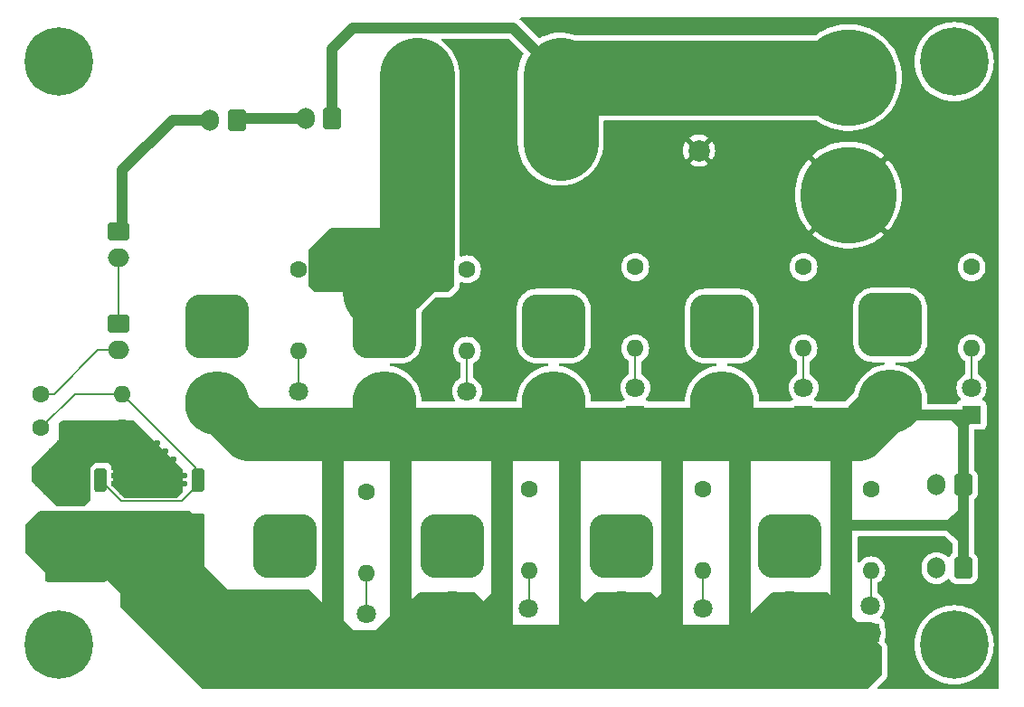
<source format=gbr>
%TF.GenerationSoftware,KiCad,Pcbnew,7.0.5*%
%TF.CreationDate,2023-08-26T23:20:03+09:00*%
%TF.ProjectId,Power_Supply,506f7765-725f-4537-9570-706c792e6b69,rev?*%
%TF.SameCoordinates,Original*%
%TF.FileFunction,Copper,L1,Top*%
%TF.FilePolarity,Positive*%
%FSLAX46Y46*%
G04 Gerber Fmt 4.6, Leading zero omitted, Abs format (unit mm)*
G04 Created by KiCad (PCBNEW 7.0.5) date 2023-08-26 23:20:03*
%MOMM*%
%LPD*%
G01*
G04 APERTURE LIST*
G04 Aperture macros list*
%AMRoundRect*
0 Rectangle with rounded corners*
0 $1 Rounding radius*
0 $2 $3 $4 $5 $6 $7 $8 $9 X,Y pos of 4 corners*
0 Add a 4 corners polygon primitive as box body*
4,1,4,$2,$3,$4,$5,$6,$7,$8,$9,$2,$3,0*
0 Add four circle primitives for the rounded corners*
1,1,$1+$1,$2,$3*
1,1,$1+$1,$4,$5*
1,1,$1+$1,$6,$7*
1,1,$1+$1,$8,$9*
0 Add four rect primitives between the rounded corners*
20,1,$1+$1,$2,$3,$4,$5,0*
20,1,$1+$1,$4,$5,$6,$7,0*
20,1,$1+$1,$6,$7,$8,$9,0*
20,1,$1+$1,$8,$9,$2,$3,0*%
G04 Aperture macros list end*
%TA.AperFunction,NonConductor*%
%ADD10C,0.200000*%
%TD*%
%TA.AperFunction,ComponentPad*%
%ADD11RoundRect,0.250000X0.600000X0.750000X-0.600000X0.750000X-0.600000X-0.750000X0.600000X-0.750000X0*%
%TD*%
%TA.AperFunction,ComponentPad*%
%ADD12O,1.700000X2.000000*%
%TD*%
%TA.AperFunction,ComponentPad*%
%ADD13C,1.600000*%
%TD*%
%TA.AperFunction,ComponentPad*%
%ADD14O,1.600000X1.600000*%
%TD*%
%TA.AperFunction,ComponentPad*%
%ADD15R,1.800000X1.800000*%
%TD*%
%TA.AperFunction,ComponentPad*%
%ADD16C,1.800000*%
%TD*%
%TA.AperFunction,SMDPad,CuDef*%
%ADD17RoundRect,0.250000X-1.125000X1.275000X-1.125000X-1.275000X1.125000X-1.275000X1.125000X1.275000X0*%
%TD*%
%TA.AperFunction,SMDPad,CuDef*%
%ADD18RoundRect,0.249997X-2.650003X2.950003X-2.650003X-2.950003X2.650003X-2.950003X2.650003X2.950003X0*%
%TD*%
%TA.AperFunction,SMDPad,CuDef*%
%ADD19RoundRect,0.250000X-0.350000X0.850000X-0.350000X-0.850000X0.350000X-0.850000X0.350000X0.850000X0*%
%TD*%
%TA.AperFunction,ComponentPad*%
%ADD20C,6.000000*%
%TD*%
%TA.AperFunction,ComponentPad*%
%ADD21RoundRect,1.500000X1.500000X-1.500000X1.500000X1.500000X-1.500000X1.500000X-1.500000X-1.500000X0*%
%TD*%
%TA.AperFunction,ComponentPad*%
%ADD22C,9.000000*%
%TD*%
%TA.AperFunction,ComponentPad*%
%ADD23O,2.000000X1.700000*%
%TD*%
%TA.AperFunction,ComponentPad*%
%ADD24RoundRect,0.250000X-0.750000X0.600000X-0.750000X-0.600000X0.750000X-0.600000X0.750000X0.600000X0*%
%TD*%
%TA.AperFunction,ComponentPad*%
%ADD25C,0.800000*%
%TD*%
%TA.AperFunction,ComponentPad*%
%ADD26C,6.400000*%
%TD*%
%TA.AperFunction,SMDPad,CuDef*%
%ADD27R,1.570000X2.820000*%
%TD*%
%TA.AperFunction,ComponentPad*%
%ADD28C,2.000000*%
%TD*%
%TA.AperFunction,ViaPad*%
%ADD29C,0.600000*%
%TD*%
%TA.AperFunction,Conductor*%
%ADD30C,1.000000*%
%TD*%
%TA.AperFunction,Conductor*%
%ADD31C,2.000000*%
%TD*%
%TA.AperFunction,Conductor*%
%ADD32C,0.200000*%
%TD*%
%TA.AperFunction,Conductor*%
%ADD33C,7.000000*%
%TD*%
%TA.AperFunction,Conductor*%
%ADD34C,5.000000*%
%TD*%
G04 APERTURE END LIST*
D10*
X78613000Y-93599000D02*
X78613000Y-97409000D01*
X80899000Y-99695000D01*
X88519000Y-99695000D01*
X92583000Y-103759000D01*
X95123000Y-103759000D01*
X98933000Y-99949000D01*
X104013000Y-99949000D01*
X107823000Y-103759000D01*
X111633000Y-103759000D01*
X115443000Y-99949000D01*
X120523000Y-99949000D01*
X124333000Y-103759000D01*
X128143000Y-103759000D01*
X131953000Y-99949000D01*
X137033000Y-99949000D01*
X142113000Y-105029000D01*
X142113000Y-107569000D01*
X140843000Y-108839000D01*
X78613000Y-108839000D01*
X70993000Y-101219000D01*
X70993000Y-99949000D01*
X69723000Y-98679000D01*
X64643000Y-98679000D01*
X62103000Y-96139000D01*
X62103000Y-93599000D01*
X63373000Y-92329000D01*
X77343000Y-92329000D01*
X78613000Y-93599000D01*
%TA.AperFunction,NonConductor*%
G36*
X78613000Y-93599000D02*
G01*
X78613000Y-97409000D01*
X80899000Y-99695000D01*
X88519000Y-99695000D01*
X92583000Y-103759000D01*
X95123000Y-103759000D01*
X98933000Y-99949000D01*
X104013000Y-99949000D01*
X107823000Y-103759000D01*
X111633000Y-103759000D01*
X115443000Y-99949000D01*
X120523000Y-99949000D01*
X124333000Y-103759000D01*
X128143000Y-103759000D01*
X131953000Y-99949000D01*
X137033000Y-99949000D01*
X142113000Y-105029000D01*
X142113000Y-107569000D01*
X140843000Y-108839000D01*
X78613000Y-108839000D01*
X70993000Y-101219000D01*
X70993000Y-99949000D01*
X69723000Y-98679000D01*
X64643000Y-98679000D01*
X62103000Y-96139000D01*
X62103000Y-93599000D01*
X63373000Y-92329000D01*
X77343000Y-92329000D01*
X78613000Y-93599000D01*
G37*
%TD.AperFunction*%
X102108000Y-66294000D02*
X102108000Y-71120000D01*
X101600000Y-71628000D01*
X89154000Y-71628000D01*
X88646000Y-71120000D01*
X88646000Y-67818000D01*
X90678000Y-65786000D01*
X101600000Y-65786000D01*
X102108000Y-66294000D01*
%TA.AperFunction,NonConductor*%
G36*
X102108000Y-66294000D02*
G01*
X102108000Y-71120000D01*
X101600000Y-71628000D01*
X89154000Y-71628000D01*
X88646000Y-71120000D01*
X88646000Y-67818000D01*
X90678000Y-65786000D01*
X101600000Y-65786000D01*
X102108000Y-66294000D01*
G37*
%TD.AperFunction*%
X76708000Y-88392000D02*
X76708000Y-90424000D01*
X76200000Y-90932000D01*
X71374000Y-90932000D01*
X70358000Y-89916000D01*
X70358000Y-88138000D01*
X69850000Y-87630000D01*
X68580000Y-87630000D01*
X68072000Y-88138000D01*
X68072000Y-91186000D01*
X67564000Y-91694000D01*
X65024000Y-91694000D01*
X62738000Y-89408000D01*
X62738000Y-88138000D01*
X65278000Y-85598000D01*
X65278000Y-84074000D01*
X65532000Y-83820000D01*
X72136000Y-83820000D01*
X76708000Y-88392000D01*
%TA.AperFunction,NonConductor*%
G36*
X76708000Y-88392000D02*
G01*
X76708000Y-90424000D01*
X76200000Y-90932000D01*
X71374000Y-90932000D01*
X70358000Y-89916000D01*
X70358000Y-88138000D01*
X69850000Y-87630000D01*
X68580000Y-87630000D01*
X68072000Y-88138000D01*
X68072000Y-91186000D01*
X67564000Y-91694000D01*
X65024000Y-91694000D01*
X62738000Y-89408000D01*
X62738000Y-88138000D01*
X65278000Y-85598000D01*
X65278000Y-84074000D01*
X65532000Y-83820000D01*
X72136000Y-83820000D01*
X76708000Y-88392000D01*
G37*
%TD.AperFunction*%
D11*
%TO.P,J16,1,Pin_1*%
%TO.N,Moter_OUT*%
X149820000Y-89789000D03*
D12*
%TO.P,J16,2,Pin_2*%
%TO.N,Moter_IN*%
X147320000Y-89789000D03*
%TD*%
D11*
%TO.P,J15,1,Pin_1*%
%TO.N,Moter_OUT*%
X149820000Y-97589000D03*
D12*
%TO.P,J15,2,Pin_2*%
%TO.N,Moter_IN*%
X147320000Y-97589000D03*
%TD*%
D13*
%TO.P,R7,1*%
%TO.N,Moter_IN*%
X93980000Y-90418000D03*
D14*
%TO.P,R7,2*%
%TO.N,Net-(D5-A)*%
X93980000Y-98038000D03*
%TD*%
D15*
%TO.P,D5,1,K*%
%TO.N,Moter_OUT*%
X93980000Y-104388000D03*
D16*
%TO.P,D5,2,A*%
%TO.N,Net-(D5-A)*%
X93980000Y-101848000D03*
%TD*%
D14*
%TO.P,R12,2*%
%TO.N,GND*%
X71120000Y-84475000D03*
D13*
%TO.P,R12,1*%
%TO.N,Net-(Q1-G)*%
X63500000Y-84475000D03*
%TD*%
D14*
%TO.P,R11,2*%
%TO.N,Net-(D1-A)*%
X87630000Y-77222000D03*
D13*
%TO.P,R11,1*%
%TO.N,Moter_IN*%
X87630000Y-69602000D03*
%TD*%
%TO.P,R10,1*%
%TO.N,Moter_IN*%
X134874000Y-69392000D03*
D14*
%TO.P,R10,2*%
%TO.N,Net-(D2-A)*%
X134874000Y-77012000D03*
%TD*%
D13*
%TO.P,R9,1*%
%TO.N,Moter_IN*%
X125463000Y-90214000D03*
D14*
%TO.P,R9,2*%
%TO.N,Net-(D3-A)*%
X125463000Y-97834000D03*
%TD*%
D13*
%TO.P,R8,1*%
%TO.N,Moter_IN*%
X141211000Y-90170000D03*
D14*
%TO.P,R8,2*%
%TO.N,Net-(D4-A)*%
X141211000Y-97790000D03*
%TD*%
D13*
%TO.P,R5,1*%
%TO.N,Moter_IN*%
X109207000Y-90170000D03*
D14*
%TO.P,R5,2*%
%TO.N,Net-(D9-A)*%
X109207000Y-97790000D03*
%TD*%
D13*
%TO.P,R4,1*%
%TO.N,Moter_IN*%
X150602000Y-69392000D03*
D14*
%TO.P,R4,2*%
%TO.N,Net-(D8-A)*%
X150602000Y-77012000D03*
%TD*%
D13*
%TO.P,R3,1*%
%TO.N,Moter_IN*%
X119126000Y-69392000D03*
D14*
%TO.P,R3,2*%
%TO.N,Net-(D7-A)*%
X119126000Y-77012000D03*
%TD*%
%TO.P,R2,2*%
%TO.N,Net-(D6-A)*%
X103378000Y-77222000D03*
D13*
%TO.P,R2,1*%
%TO.N,Moter_IN*%
X103378000Y-69602000D03*
%TD*%
D14*
%TO.P,R1,2*%
%TO.N,Net-(Q1-G)*%
X71120000Y-81300000D03*
D13*
%TO.P,R1,1*%
%TO.N,Net-(J6-Pin_2)*%
X63500000Y-81300000D03*
%TD*%
D17*
%TO.P,Q2,2,D*%
%TO.N,Moter_OUT*%
X65288000Y-93980000D03*
X68338000Y-97330000D03*
X68338000Y-93980000D03*
X65288000Y-97330000D03*
D18*
X66813000Y-95655000D03*
D19*
%TO.P,Q2,3,S*%
%TO.N,GND*%
X64533000Y-89355000D03*
%TO.P,Q2,1,G*%
%TO.N,Net-(Q1-G)*%
X69093000Y-89355000D03*
%TD*%
%TO.P,Q1,1,G*%
%TO.N,Net-(Q1-G)*%
X78225000Y-89355000D03*
%TO.P,Q1,3,S*%
%TO.N,GND*%
X73665000Y-89355000D03*
D18*
%TO.P,Q1,2,D*%
%TO.N,Moter_OUT*%
X75945000Y-95655000D03*
D17*
X74420000Y-97330000D03*
X77470000Y-93980000D03*
X77470000Y-97330000D03*
X74420000Y-93980000D03*
%TD*%
D20*
%TO.P,J14,1,Pin_1*%
%TO.N,Moter_OUT*%
X133604000Y-102698000D03*
D21*
%TO.P,J14,2,Pin_2*%
%TO.N,Moter_IN*%
X133604000Y-95498000D03*
%TD*%
D20*
%TO.P,J13,1,Pin_1*%
%TO.N,Moter_OUT*%
X117856000Y-102698000D03*
D21*
%TO.P,J13,2,Pin_2*%
%TO.N,Moter_IN*%
X117856000Y-95498000D03*
%TD*%
D20*
%TO.P,J12,1,Pin_1*%
%TO.N,Moter_OUT*%
X102018000Y-102698000D03*
D21*
%TO.P,J12,2,Pin_2*%
%TO.N,Moter_IN*%
X102018000Y-95498000D03*
%TD*%
D20*
%TO.P,J11,1,Pin_1*%
%TO.N,Moter_OUT*%
X86360000Y-102698000D03*
D21*
%TO.P,J11,2,Pin_2*%
%TO.N,Moter_IN*%
X86360000Y-95498000D03*
%TD*%
D22*
%TO.P,J10,1,Pin_1*%
%TO.N,+18V*%
X139065000Y-51650000D03*
%TO.P,J10,2,Pin_2*%
%TO.N,GND*%
X139065000Y-62650000D03*
%TD*%
D21*
%TO.P,J9,2,Pin_2*%
%TO.N,Moter_IN*%
X142982000Y-74806000D03*
D20*
%TO.P,J9,1,Pin_1*%
%TO.N,Moter_OUT*%
X142982000Y-82006000D03*
%TD*%
D21*
%TO.P,J8,2,Pin_2*%
%TO.N,Moter_IN*%
X127234000Y-74930000D03*
D20*
%TO.P,J8,1,Pin_1*%
%TO.N,Moter_OUT*%
X127234000Y-82130000D03*
%TD*%
D21*
%TO.P,J7,2,Pin_2*%
%TO.N,Moter_IN*%
X111486000Y-74930000D03*
D20*
%TO.P,J7,1,Pin_1*%
%TO.N,Moter_OUT*%
X111486000Y-82130000D03*
%TD*%
D23*
%TO.P,J6,2,Pin_2*%
%TO.N,Net-(J6-Pin_2)*%
X70760000Y-77196000D03*
D24*
%TO.P,J6,1,Pin_1*%
%TO.N,Net-(J5-Pin_2)*%
X70760000Y-74696000D03*
%TD*%
%TO.P,J5,1,Pin_1*%
%TO.N,Net-(J4-Pin_2)*%
X70760000Y-66060000D03*
D23*
%TO.P,J5,2,Pin_2*%
%TO.N,Net-(J5-Pin_2)*%
X70760000Y-68560000D03*
%TD*%
D11*
%TO.P,J4,1,Pin_1*%
%TO.N,Net-(J2-Pin_2)*%
X81823000Y-55626000D03*
D12*
%TO.P,J4,2,Pin_2*%
%TO.N,Net-(J4-Pin_2)*%
X79323000Y-55626000D03*
%TD*%
D21*
%TO.P,J3,2,Pin_2*%
%TO.N,Moter_IN*%
X95648000Y-74930000D03*
D20*
%TO.P,J3,1,Pin_1*%
%TO.N,Moter_OUT*%
X95648000Y-82130000D03*
%TD*%
D11*
%TO.P,J2,1,Pin_1*%
%TO.N,+18V*%
X90765000Y-55520000D03*
D12*
%TO.P,J2,2,Pin_2*%
%TO.N,Net-(J2-Pin_2)*%
X88265000Y-55520000D03*
%TD*%
D21*
%TO.P,J1,2,Pin_2*%
%TO.N,Moter_IN*%
X79990000Y-74930000D03*
D20*
%TO.P,J1,1,Pin_1*%
%TO.N,Moter_OUT*%
X79990000Y-82130000D03*
%TD*%
D25*
%TO.P,H4,1*%
%TO.N,N/C*%
X146571000Y-104775000D03*
X147273944Y-106472056D03*
X147273944Y-103077944D03*
X148971000Y-107175000D03*
D26*
X148971000Y-104775000D03*
D25*
X151371000Y-104775000D03*
X150668056Y-103077944D03*
X150668056Y-106472056D03*
X148971000Y-102375000D03*
%TD*%
%TO.P,H3,1*%
%TO.N,N/C*%
X62751000Y-104775000D03*
X63453944Y-106472056D03*
X63453944Y-103077944D03*
X65151000Y-107175000D03*
D26*
X65151000Y-104775000D03*
D25*
X67551000Y-104775000D03*
X66848056Y-103077944D03*
X66848056Y-106472056D03*
X65151000Y-102375000D03*
%TD*%
%TO.P,H2,1*%
%TO.N,N/C*%
X146571000Y-50165000D03*
X147273944Y-51862056D03*
X147273944Y-48467944D03*
X148971000Y-52565000D03*
D26*
X148971000Y-50165000D03*
D25*
X151371000Y-50165000D03*
X150668056Y-48467944D03*
X150668056Y-51862056D03*
X148971000Y-47765000D03*
%TD*%
%TO.P,H1,1*%
%TO.N,N/C*%
X62751000Y-50165000D03*
X63453944Y-51862056D03*
X63453944Y-48467944D03*
X65151000Y-52565000D03*
D26*
X65151000Y-50165000D03*
D25*
X67551000Y-50165000D03*
X66848056Y-48467944D03*
X66848056Y-51862056D03*
X65151000Y-47765000D03*
%TD*%
D27*
%TO.P,F1,1*%
%TO.N,+18V*%
X112140000Y-51450000D03*
%TO.P,F1,2*%
%TO.N,Moter_IN*%
X98680000Y-51450000D03*
%TO.P,F1,3*%
%TO.N,N/C*%
X98680000Y-57770000D03*
%TO.P,F1,4*%
X112140000Y-57770000D03*
%TD*%
D15*
%TO.P,D9,1,K*%
%TO.N,Moter_OUT*%
X109080000Y-103886000D03*
D16*
%TO.P,D9,2,A*%
%TO.N,Net-(D9-A)*%
X109080000Y-101346000D03*
%TD*%
D15*
%TO.P,D8,1,K*%
%TO.N,Moter_OUT*%
X150602000Y-83235000D03*
D16*
%TO.P,D8,2,A*%
%TO.N,Net-(D8-A)*%
X150602000Y-80695000D03*
%TD*%
D15*
%TO.P,D7,1,K*%
%TO.N,Moter_OUT*%
X119126000Y-83235000D03*
D16*
%TO.P,D7,2,A*%
%TO.N,Net-(D7-A)*%
X119126000Y-80695000D03*
%TD*%
D15*
%TO.P,D6,1,K*%
%TO.N,Moter_OUT*%
X103378000Y-83572000D03*
D16*
%TO.P,D6,2,A*%
%TO.N,Net-(D6-A)*%
X103378000Y-81032000D03*
%TD*%
D15*
%TO.P,D4,1,K*%
%TO.N,Moter_OUT*%
X141084000Y-103676000D03*
D16*
%TO.P,D4,2,A*%
%TO.N,Net-(D4-A)*%
X141084000Y-101136000D03*
%TD*%
D15*
%TO.P,D3,1,K*%
%TO.N,Moter_OUT*%
X125463000Y-103930000D03*
D16*
%TO.P,D3,2,A*%
%TO.N,Net-(D3-A)*%
X125463000Y-101390000D03*
%TD*%
%TO.P,D2,2,A*%
%TO.N,Net-(D2-A)*%
X134874000Y-80695000D03*
D15*
%TO.P,D2,1,K*%
%TO.N,Moter_OUT*%
X134874000Y-83235000D03*
%TD*%
%TO.P,D1,1,K*%
%TO.N,Moter_OUT*%
X87630000Y-83572000D03*
D16*
%TO.P,D1,2,A*%
%TO.N,Net-(D1-A)*%
X87630000Y-81032000D03*
%TD*%
D28*
%TO.P,C1,1*%
%TO.N,GND*%
X125095000Y-58487000D03*
%TO.P,C1,2*%
%TO.N,+18V*%
X125095000Y-50987000D03*
%TD*%
D29*
%TO.N,Moter_IN*%
X89408000Y-71120000D03*
X89408000Y-68072000D03*
X89408000Y-70358000D03*
X89408000Y-68834000D03*
X89408000Y-69596000D03*
X90170000Y-67310000D03*
X90170000Y-69596000D03*
X90170000Y-71120000D03*
X90170000Y-70358000D03*
X90170000Y-68834000D03*
X90170000Y-68072000D03*
X90932000Y-71120000D03*
X90932000Y-69596000D03*
X90932000Y-67310000D03*
X90932000Y-70358000D03*
X90932000Y-68834000D03*
X90932000Y-68072000D03*
X91694000Y-66548000D03*
X91694000Y-67310000D03*
X91694000Y-70358000D03*
X91694000Y-68072000D03*
X91694000Y-71120000D03*
X91694000Y-69596000D03*
X91694000Y-68834000D03*
X92456000Y-70358000D03*
X92456000Y-67310000D03*
X92456000Y-68834000D03*
X92456000Y-68072000D03*
X92456000Y-66548000D03*
X92456000Y-71120000D03*
X92456000Y-69596000D03*
X93218000Y-68072000D03*
X93218000Y-66548000D03*
X93218000Y-68834000D03*
X93218000Y-71120000D03*
X93218000Y-70358000D03*
X93218000Y-67310000D03*
X93218000Y-69596000D03*
X93980000Y-70358000D03*
X93980000Y-67310000D03*
X93980000Y-68834000D03*
X93980000Y-68072000D03*
X93980000Y-71120000D03*
X93980000Y-69596000D03*
X93980000Y-66548000D03*
X94742000Y-68834000D03*
X94742000Y-66548000D03*
X94742000Y-69596000D03*
X94742000Y-70358000D03*
X94742000Y-67310000D03*
X94742000Y-71120000D03*
X94742000Y-68072000D03*
X99314000Y-71120000D03*
X100838000Y-71120000D03*
X101600000Y-71120000D03*
X100076000Y-71120000D03*
X97790000Y-71120000D03*
X97028000Y-71120000D03*
X98552000Y-71120000D03*
X96266000Y-71120000D03*
X95504000Y-71120000D03*
X98552000Y-70358000D03*
X95504000Y-70358000D03*
X97028000Y-70358000D03*
X99314000Y-70358000D03*
X96266000Y-70358000D03*
X100076000Y-70358000D03*
X97790000Y-70358000D03*
X100838000Y-70358000D03*
X101600000Y-70358000D03*
X100076000Y-69596000D03*
X96266000Y-69596000D03*
X97028000Y-69596000D03*
X101600000Y-69596000D03*
X95504000Y-69596000D03*
X100838000Y-69596000D03*
X99314000Y-69596000D03*
X98552000Y-69596000D03*
X97790000Y-69596000D03*
X98552000Y-68834000D03*
X97790000Y-68834000D03*
X100838000Y-68834000D03*
X99314000Y-68834000D03*
X97028000Y-68834000D03*
X95504000Y-68834000D03*
X100076000Y-68834000D03*
X96266000Y-68834000D03*
X101600000Y-68834000D03*
X100838000Y-68072000D03*
X100076000Y-68072000D03*
X99314000Y-68072000D03*
X97028000Y-68072000D03*
X96266000Y-68072000D03*
X101600000Y-68072000D03*
X95504000Y-68072000D03*
X98552000Y-68072000D03*
X97790000Y-68072000D03*
X100838000Y-67310000D03*
X100076000Y-67310000D03*
X99314000Y-67310000D03*
X98552000Y-67310000D03*
X97790000Y-67310000D03*
X97028000Y-67310000D03*
X96266000Y-67310000D03*
X95504000Y-67310000D03*
X101600000Y-67310000D03*
X101600000Y-66548000D03*
X100838000Y-66548000D03*
X100076000Y-66548000D03*
X99314000Y-66548000D03*
X98552000Y-66548000D03*
X97790000Y-66548000D03*
X97028000Y-66548000D03*
X96266000Y-66548000D03*
X95504000Y-66548000D03*
%TO.N,GND*%
X66294000Y-85090000D03*
X65532000Y-84328000D03*
X65532000Y-85090000D03*
X66294000Y-84328000D03*
X68834000Y-87376000D03*
X69596000Y-87376000D03*
X67056000Y-89662000D03*
X66294000Y-88138000D03*
X66294000Y-90424000D03*
X67818000Y-90424000D03*
X67818000Y-89662000D03*
X67818000Y-88900000D03*
X67056000Y-88900000D03*
X66294000Y-88900000D03*
X67056000Y-90424000D03*
X67056000Y-88138000D03*
X66294000Y-89662000D03*
X67818000Y-88138000D03*
X67818000Y-87376000D03*
X67056000Y-87376000D03*
X66294000Y-87376000D03*
X64008000Y-87376000D03*
X64770000Y-87376000D03*
X65532000Y-87376000D03*
X64008000Y-88900000D03*
X63246000Y-89662000D03*
X64770000Y-88900000D03*
X64770000Y-89662000D03*
X63246000Y-88900000D03*
X64008000Y-89662000D03*
X65532000Y-89662000D03*
X65532000Y-88900000D03*
X64770000Y-90424000D03*
X63246000Y-88138000D03*
X64770000Y-88138000D03*
X64008000Y-88138000D03*
X65532000Y-88138000D03*
X64008000Y-90424000D03*
X65532000Y-90424000D03*
X74422000Y-85852000D03*
X73660000Y-85852000D03*
X73660000Y-86614000D03*
X74422000Y-86614000D03*
X75184000Y-86614000D03*
X75184000Y-87376000D03*
X74422000Y-87376000D03*
X75946000Y-87376000D03*
X73660000Y-87376000D03*
X65278000Y-86614000D03*
X64516000Y-86614000D03*
X66040000Y-85852000D03*
X66040000Y-86614000D03*
X65278000Y-85852000D03*
X66802000Y-85852000D03*
X66802000Y-86614000D03*
X67818000Y-85090000D03*
X67056000Y-85090000D03*
X68580000Y-85090000D03*
X67818000Y-84328000D03*
X69342000Y-84328000D03*
X68580000Y-84328000D03*
X67056000Y-84328000D03*
X69342000Y-85090000D03*
X69088000Y-85852000D03*
X69850000Y-85852000D03*
X67564000Y-85852000D03*
X69088000Y-86614000D03*
X69850000Y-86614000D03*
X68326000Y-86614000D03*
X67564000Y-86614000D03*
X68326000Y-85852000D03*
X72136000Y-85852000D03*
X70612000Y-86614000D03*
X71374000Y-85852000D03*
X72136000Y-86614000D03*
X71374000Y-86614000D03*
X72898000Y-86614000D03*
X72898000Y-85852000D03*
X70612000Y-85852000D03*
X71374000Y-87376000D03*
X70358000Y-88138000D03*
X72136000Y-87376000D03*
X71882000Y-88138000D03*
X70612000Y-87376000D03*
X71120000Y-88138000D03*
X72644000Y-88138000D03*
X72898000Y-87376000D03*
X72644000Y-90424000D03*
X71120000Y-90424000D03*
X71882000Y-90424000D03*
X71882000Y-88900000D03*
X71120000Y-88900000D03*
X72644000Y-89662000D03*
X71882000Y-89662000D03*
X70358000Y-89662000D03*
X72644000Y-88900000D03*
X71120000Y-89662000D03*
X70358000Y-88900000D03*
X76200000Y-88138000D03*
X75438000Y-88138000D03*
X74676000Y-88138000D03*
X76962000Y-88900000D03*
X76200000Y-88900000D03*
X74676000Y-88900000D03*
X75438000Y-88900000D03*
X74676000Y-90424000D03*
X74676000Y-89662000D03*
X75438000Y-89662000D03*
X76200000Y-89662000D03*
X76962000Y-89662000D03*
X75438000Y-90424000D03*
X76200000Y-90424000D03*
%TD*%
D30*
%TO.N,Moter_OUT*%
X149820000Y-84017000D02*
X150602000Y-83235000D01*
X149820000Y-84201000D02*
X149820000Y-84017000D01*
X148971000Y-83352000D02*
X149820000Y-84201000D01*
X149820000Y-84201000D02*
X149820000Y-83449000D01*
X149820000Y-89789000D02*
X149820000Y-84201000D01*
X148971000Y-83235000D02*
X148971000Y-83352000D01*
X148971000Y-83235000D02*
X144211000Y-83235000D01*
X149606000Y-83235000D02*
X148971000Y-83235000D01*
X148590000Y-93639000D02*
X149820000Y-94869000D01*
X149820000Y-94869000D02*
X149820000Y-97589000D01*
X148590000Y-93599000D02*
X148590000Y-93639000D01*
X149820000Y-93599000D02*
X149820000Y-94869000D01*
X148590000Y-93599000D02*
X138430000Y-93599000D01*
X149820000Y-92329000D02*
X149820000Y-92369000D01*
X149820000Y-93599000D02*
X148590000Y-93599000D01*
X149820000Y-92369000D02*
X148590000Y-93599000D01*
X149820000Y-92329000D02*
X149820000Y-93599000D01*
X149820000Y-89789000D02*
X149820000Y-92329000D01*
D31*
X138430000Y-93599000D02*
X138430000Y-85641000D01*
X138430000Y-103676000D02*
X138430000Y-93599000D01*
D30*
X149820000Y-83449000D02*
X149606000Y-83235000D01*
X150602000Y-83235000D02*
X149606000Y-83235000D01*
D32*
%TO.N,Net-(J6-Pin_2)*%
X64750000Y-81300000D02*
X63500000Y-81300000D01*
X68854000Y-77196000D02*
X64750000Y-81300000D01*
%TO.N,Net-(Q1-G)*%
X77968000Y-88148000D02*
X77968000Y-89098000D01*
X77968000Y-89098000D02*
X78225000Y-89355000D01*
X71120000Y-81300000D02*
X77968000Y-88148000D01*
%TO.N,GND*%
X69723000Y-86741000D02*
X69850000Y-86614000D01*
X69596000Y-86741000D02*
X69723000Y-86741000D01*
X69596000Y-86741000D02*
X65405000Y-86741000D01*
X69850000Y-86741000D02*
X69596000Y-86741000D01*
X69977000Y-86741000D02*
X69850000Y-86614000D01*
X69850000Y-86614000D02*
X69850000Y-86741000D01*
X69850000Y-85745000D02*
X69850000Y-86614000D01*
X70104000Y-86741000D02*
X69850000Y-86741000D01*
X70104000Y-86741000D02*
X69977000Y-86741000D01*
X70231000Y-86741000D02*
X70104000Y-86741000D01*
X71120000Y-84475000D02*
X69850000Y-85745000D01*
%TO.N,Net-(Q1-G)*%
X66675000Y-81300000D02*
X63500000Y-84475000D01*
X71120000Y-81300000D02*
X66675000Y-81300000D01*
D30*
%TO.N,Net-(J4-Pin_2)*%
X71120000Y-65700000D02*
X70760000Y-66060000D01*
X71120000Y-60325000D02*
X71120000Y-65700000D01*
X75819000Y-55626000D02*
X71120000Y-60325000D01*
X79323000Y-55626000D02*
X75819000Y-55626000D01*
%TO.N,Net-(J2-Pin_2)*%
X81929000Y-55520000D02*
X81823000Y-55626000D01*
X88265000Y-55520000D02*
X81929000Y-55520000D01*
%TO.N,+18V*%
X90765000Y-48935000D02*
X92710000Y-46990000D01*
X92710000Y-46990000D02*
X107680000Y-46990000D01*
X107680000Y-46990000D02*
X112140000Y-51450000D01*
X90765000Y-55520000D02*
X90765000Y-48935000D01*
D33*
X112140000Y-51450000D02*
X112140000Y-57770000D01*
X139065000Y-51650000D02*
X112340000Y-51650000D01*
%TO.N,Moter_IN*%
X98680000Y-68325000D02*
X95250000Y-71755000D01*
X98680000Y-51450000D02*
X98680000Y-68325000D01*
D31*
%TO.N,Moter_OUT*%
X67310000Y-95885000D02*
X76200000Y-95885000D01*
X120187000Y-102698000D02*
X117856000Y-102698000D01*
X122555000Y-100330000D02*
X120187000Y-102698000D01*
X122555000Y-100330000D02*
X122555000Y-85006000D01*
X122555000Y-102235000D02*
X122555000Y-100330000D01*
X113030000Y-100793000D02*
X114935000Y-102698000D01*
X113030000Y-100330000D02*
X113030000Y-100793000D01*
X114935000Y-102698000D02*
X117856000Y-102698000D01*
X113493000Y-102698000D02*
X114935000Y-102698000D01*
X113030000Y-100330000D02*
X113030000Y-102235000D01*
X113030000Y-85006000D02*
X113030000Y-100330000D01*
X118319000Y-102235000D02*
X117856000Y-102698000D01*
X122555000Y-102235000D02*
X118319000Y-102235000D01*
X122555000Y-103930000D02*
X122555000Y-102235000D01*
X113030000Y-102235000D02*
X113030000Y-103886000D01*
X113030000Y-102235000D02*
X113493000Y-102698000D01*
X106680000Y-100330000D02*
X104775000Y-102235000D01*
X102481000Y-102235000D02*
X104775000Y-102235000D01*
X104775000Y-102235000D02*
X106680000Y-102235000D01*
X106680000Y-99695000D02*
X106680000Y-85006000D01*
X106680000Y-99695000D02*
X106680000Y-100330000D01*
X106680000Y-102235000D02*
X106680000Y-99695000D01*
X102018000Y-102698000D02*
X102481000Y-102235000D01*
X106680000Y-103251000D02*
X106680000Y-102235000D01*
X97155000Y-100330000D02*
X97155000Y-100793000D01*
X97618000Y-102698000D02*
X99060000Y-102698000D01*
X97155000Y-100793000D02*
X99060000Y-102698000D01*
X97155000Y-100330000D02*
X97155000Y-85006000D01*
X99060000Y-102698000D02*
X102018000Y-102698000D01*
X97155000Y-102235000D02*
X97155000Y-100330000D01*
X97155000Y-102235000D02*
X97618000Y-102698000D01*
X97155000Y-102483000D02*
X95250000Y-104388000D01*
X97155000Y-104388000D02*
X95250000Y-104388000D01*
X97155000Y-102235000D02*
X97155000Y-102483000D01*
X95250000Y-104388000D02*
X93980000Y-104388000D01*
X97155000Y-104388000D02*
X97155000Y-102235000D01*
X92323000Y-104388000D02*
X93980000Y-104388000D01*
X90805000Y-102870000D02*
X92323000Y-104388000D01*
X86360000Y-102698000D02*
X90633000Y-102698000D01*
X90805000Y-102870000D02*
X90805000Y-85006000D01*
X90633000Y-102698000D02*
X90805000Y-102870000D01*
X90805000Y-104388000D02*
X90805000Y-102870000D01*
D34*
X90805000Y-85006000D02*
X82866000Y-85006000D01*
X97155000Y-85006000D02*
X90805000Y-85006000D01*
D31*
X90805000Y-104388000D02*
X93980000Y-104388000D01*
X88050000Y-104388000D02*
X90805000Y-104388000D01*
D34*
X106680000Y-85006000D02*
X97155000Y-85006000D01*
D31*
X100328000Y-104388000D02*
X97155000Y-104388000D01*
D34*
X137795000Y-85006000D02*
X128905000Y-85006000D01*
D31*
X138430000Y-103676000D02*
X134582000Y-103676000D01*
D34*
X139982000Y-85006000D02*
X137795000Y-85006000D01*
D31*
X138430000Y-85641000D02*
X137795000Y-85006000D01*
X141084000Y-103676000D02*
X138430000Y-103676000D01*
D34*
X128905000Y-85006000D02*
X122555000Y-85006000D01*
D31*
X122555000Y-103930000D02*
X125463000Y-103930000D01*
D34*
X122555000Y-85006000D02*
X113030000Y-85006000D01*
D31*
X119088000Y-103930000D02*
X122555000Y-103930000D01*
D34*
X113030000Y-85006000D02*
X106680000Y-85006000D01*
D31*
X106045000Y-103886000D02*
X106680000Y-103251000D01*
X106045000Y-103886000D02*
X103206000Y-103886000D01*
X109080000Y-103886000D02*
X106045000Y-103886000D01*
X103206000Y-103886000D02*
X102018000Y-102698000D01*
X113030000Y-103886000D02*
X109080000Y-103886000D01*
X116668000Y-103886000D02*
X113030000Y-103886000D01*
X111486000Y-83462000D02*
X113030000Y-85006000D01*
X111486000Y-82130000D02*
X111486000Y-83462000D01*
X128905000Y-103930000D02*
X125463000Y-103930000D01*
X128905000Y-85006000D02*
X128905000Y-103930000D01*
X132372000Y-103930000D02*
X128905000Y-103930000D01*
X127234000Y-83335000D02*
X128905000Y-85006000D01*
X127234000Y-82130000D02*
X127234000Y-83335000D01*
X79838000Y-102698000D02*
X86360000Y-102698000D01*
X77470000Y-100330000D02*
X79838000Y-102698000D01*
X77470000Y-97330000D02*
X77470000Y-100330000D01*
X86360000Y-102698000D02*
X88050000Y-104388000D01*
X102018000Y-102698000D02*
X100328000Y-104388000D01*
X117856000Y-102698000D02*
X119088000Y-103930000D01*
X117856000Y-102698000D02*
X116668000Y-103886000D01*
X133604000Y-102698000D02*
X132372000Y-103930000D01*
X134582000Y-103676000D02*
X133604000Y-102698000D01*
D32*
%TO.N,+18V*%
X110871000Y-50800000D02*
X111125000Y-50800000D01*
D30*
%TO.N,Moter_OUT*%
X144211000Y-83235000D02*
X142982000Y-82006000D01*
D34*
X82866000Y-85006000D02*
X79990000Y-82130000D01*
X142982000Y-82006000D02*
X139982000Y-85006000D01*
D32*
%TO.N,Net-(Q1-G)*%
X76708000Y-91313000D02*
X78225000Y-89796000D01*
X78225000Y-89796000D02*
X78225000Y-89355000D01*
X71051000Y-91313000D02*
X76708000Y-91313000D01*
X69093000Y-89355000D02*
X71051000Y-91313000D01*
%TO.N,GND*%
X73665000Y-88143000D02*
X73665000Y-89355000D01*
X73152000Y-87630000D02*
X73665000Y-88143000D01*
X71120000Y-87630000D02*
X73152000Y-87630000D01*
X64533000Y-87613000D02*
X64533000Y-89355000D01*
X65405000Y-86741000D02*
X64533000Y-87613000D01*
X71120000Y-87630000D02*
X70231000Y-86741000D01*
%TO.N,Net-(D8-A)*%
X150602000Y-77012000D02*
X150602000Y-80695000D01*
%TO.N,Net-(D2-A)*%
X134874000Y-77012000D02*
X134874000Y-80695000D01*
%TO.N,Net-(D7-A)*%
X119126000Y-77012000D02*
X119126000Y-80695000D01*
%TO.N,Net-(D6-A)*%
X103378000Y-77222000D02*
X103378000Y-81032000D01*
%TO.N,Net-(D1-A)*%
X87630000Y-77222000D02*
X87630000Y-81032000D01*
%TO.N,Net-(D5-A)*%
X93980000Y-98038000D02*
X93980000Y-101848000D01*
%TO.N,Net-(D9-A)*%
X109207000Y-101219000D02*
X109080000Y-101346000D01*
X109207000Y-97790000D02*
X109207000Y-101219000D01*
%TO.N,Net-(D4-A)*%
X141211000Y-101009000D02*
X141084000Y-101136000D01*
X141211000Y-97580000D02*
X141211000Y-101009000D01*
%TO.N,Net-(D3-A)*%
X125463000Y-97834000D02*
X125463000Y-101390000D01*
%TO.N,Net-(J6-Pin_2)*%
X70760000Y-77196000D02*
X68854000Y-77196000D01*
%TO.N,Net-(J5-Pin_2)*%
X70760000Y-68560000D02*
X70760000Y-74696000D01*
%TD*%
%TA.AperFunction,Conductor*%
%TO.N,GND*%
G36*
X153058539Y-46040185D02*
G01*
X153104294Y-46092989D01*
X153115500Y-46144500D01*
X153115500Y-108795500D01*
X153095815Y-108862539D01*
X153043011Y-108908294D01*
X152991500Y-108919500D01*
X141911097Y-108919500D01*
X141844058Y-108899815D01*
X141798303Y-108847011D01*
X141788359Y-108777853D01*
X141817384Y-108714297D01*
X141823416Y-108707819D01*
X141895373Y-108635860D01*
X142506923Y-108024310D01*
X142512998Y-108018984D01*
X142541282Y-107997282D01*
X142637536Y-107871841D01*
X142698044Y-107725762D01*
X142713500Y-107608361D01*
X142718682Y-107569000D01*
X142714030Y-107533669D01*
X142713500Y-107525571D01*
X142713500Y-105072428D01*
X142714031Y-105064326D01*
X142718682Y-105028999D01*
X142718682Y-105028998D01*
X142698044Y-104872239D01*
X142698044Y-104872238D01*
X142657767Y-104775000D01*
X145265422Y-104775000D01*
X145285722Y-105162339D01*
X145346397Y-105545427D01*
X145346397Y-105545429D01*
X145446788Y-105920094D01*
X145585787Y-106282197D01*
X145761877Y-106627793D01*
X145973122Y-106953082D01*
X145973124Y-106953084D01*
X146217219Y-107254516D01*
X146491484Y-107528781D01*
X146589756Y-107608360D01*
X146792917Y-107772877D01*
X146945310Y-107871842D01*
X147118211Y-107984125D01*
X147463806Y-108160214D01*
X147825913Y-108299214D01*
X148200567Y-108399602D01*
X148583662Y-108460278D01*
X148949576Y-108479455D01*
X148970999Y-108480578D01*
X148971000Y-108480578D01*
X148971001Y-108480578D01*
X148991300Y-108479514D01*
X149358338Y-108460278D01*
X149741433Y-108399602D01*
X150116087Y-108299214D01*
X150478194Y-108160214D01*
X150823789Y-107984125D01*
X151149084Y-107772876D01*
X151450516Y-107528781D01*
X151724781Y-107254516D01*
X151968876Y-106953084D01*
X152180125Y-106627789D01*
X152356214Y-106282194D01*
X152495214Y-105920087D01*
X152595602Y-105545433D01*
X152656278Y-105162338D01*
X152676578Y-104775000D01*
X152656278Y-104387662D01*
X152595602Y-104004567D01*
X152495214Y-103629913D01*
X152356214Y-103267806D01*
X152180125Y-102922211D01*
X152180122Y-102922206D01*
X151968877Y-102596917D01*
X151806704Y-102396650D01*
X151724781Y-102295484D01*
X151450516Y-102021219D01*
X151308851Y-101906501D01*
X151149082Y-101777122D01*
X150823793Y-101565877D01*
X150478197Y-101389787D01*
X150116094Y-101250788D01*
X149997463Y-101219001D01*
X149741433Y-101150398D01*
X149741429Y-101150397D01*
X149741428Y-101150397D01*
X149358339Y-101089722D01*
X148971001Y-101069422D01*
X148970999Y-101069422D01*
X148583660Y-101089722D01*
X148200572Y-101150397D01*
X148200570Y-101150397D01*
X147825905Y-101250788D01*
X147463802Y-101389787D01*
X147118206Y-101565877D01*
X146792917Y-101777122D01*
X146491488Y-102021215D01*
X146491480Y-102021222D01*
X146217222Y-102295480D01*
X146217215Y-102295488D01*
X145973122Y-102596917D01*
X145761877Y-102922206D01*
X145585787Y-103267802D01*
X145446788Y-103629905D01*
X145346397Y-104004570D01*
X145346397Y-104004572D01*
X145285722Y-104387660D01*
X145265422Y-104774999D01*
X145265422Y-104775000D01*
X142657767Y-104775000D01*
X142637536Y-104726159D01*
X142637535Y-104726158D01*
X142637535Y-104726157D01*
X142614198Y-104695744D01*
X142541282Y-104600718D01*
X142541280Y-104600716D01*
X142541279Y-104600715D01*
X142533012Y-104594372D01*
X142491809Y-104537944D01*
X142484499Y-104495997D01*
X142484499Y-104238373D01*
X142491217Y-104198112D01*
X142543571Y-104045614D01*
X142584500Y-103800335D01*
X142584500Y-103551665D01*
X142543571Y-103306386D01*
X142491218Y-103153887D01*
X142484499Y-103113624D01*
X142484499Y-102728129D01*
X142484498Y-102728123D01*
X142478091Y-102668516D01*
X142427797Y-102533671D01*
X142427793Y-102533664D01*
X142341547Y-102418455D01*
X142341544Y-102418452D01*
X142226335Y-102332206D01*
X142226328Y-102332202D01*
X142146094Y-102302277D01*
X142090160Y-102260406D01*
X142065743Y-102194941D01*
X142080595Y-102126668D01*
X142098190Y-102102121D01*
X142192979Y-101999153D01*
X142319924Y-101804849D01*
X142413157Y-101592300D01*
X142470134Y-101367305D01*
X142471899Y-101346006D01*
X142489300Y-101136006D01*
X142489300Y-101135993D01*
X142470135Y-100904702D01*
X142470133Y-100904691D01*
X142413157Y-100679699D01*
X142319924Y-100467151D01*
X142192983Y-100272852D01*
X142192980Y-100272849D01*
X142192979Y-100272847D01*
X142035784Y-100102087D01*
X142035779Y-100102083D01*
X142035777Y-100102081D01*
X141859338Y-99964753D01*
X141818525Y-99908043D01*
X141811500Y-99866900D01*
X141811500Y-99021692D01*
X141831185Y-98954653D01*
X141864374Y-98920119D01*
X142050139Y-98790047D01*
X142211047Y-98629139D01*
X142341568Y-98442734D01*
X142437739Y-98236496D01*
X142496635Y-98016692D01*
X142516468Y-97790000D01*
X142496635Y-97563308D01*
X142437739Y-97343504D01*
X142341568Y-97137266D01*
X142211047Y-96950861D01*
X142211045Y-96950858D01*
X142050141Y-96789954D01*
X141863734Y-96659432D01*
X141863732Y-96659431D01*
X141657497Y-96563261D01*
X141657488Y-96563258D01*
X141437697Y-96504366D01*
X141437693Y-96504365D01*
X141437692Y-96504365D01*
X141437691Y-96504364D01*
X141437686Y-96504364D01*
X141211002Y-96484532D01*
X141210998Y-96484532D01*
X140984313Y-96504364D01*
X140984302Y-96504366D01*
X140764511Y-96563258D01*
X140764502Y-96563261D01*
X140558267Y-96659431D01*
X140558265Y-96659432D01*
X140371858Y-96789954D01*
X140210954Y-96950858D01*
X140156075Y-97029235D01*
X140101498Y-97072860D01*
X140032000Y-97080054D01*
X139969645Y-97048531D01*
X139934231Y-96988302D01*
X139930500Y-96958112D01*
X139930500Y-94723500D01*
X139950185Y-94656461D01*
X140002989Y-94610706D01*
X140054500Y-94599500D01*
X148084217Y-94599500D01*
X148151256Y-94619185D01*
X148171898Y-94635819D01*
X148783182Y-95247103D01*
X148816666Y-95308424D01*
X148819500Y-95334782D01*
X148819500Y-96135042D01*
X148799815Y-96202081D01*
X148760598Y-96240580D01*
X148751344Y-96246287D01*
X148627289Y-96370342D01*
X148531821Y-96525121D01*
X148479873Y-96571845D01*
X148410910Y-96583068D01*
X148346828Y-96555224D01*
X148338601Y-96547705D01*
X148191402Y-96400506D01*
X148191395Y-96400501D01*
X147997834Y-96264967D01*
X147997830Y-96264965D01*
X147867624Y-96204249D01*
X147783663Y-96165097D01*
X147783659Y-96165096D01*
X147783655Y-96165094D01*
X147555413Y-96103938D01*
X147555403Y-96103936D01*
X147320001Y-96083341D01*
X147319999Y-96083341D01*
X147084596Y-96103936D01*
X147084586Y-96103938D01*
X146856344Y-96165094D01*
X146856335Y-96165098D01*
X146642171Y-96264964D01*
X146642169Y-96264965D01*
X146448597Y-96400505D01*
X146281505Y-96567597D01*
X146145965Y-96761169D01*
X146145964Y-96761171D01*
X146046098Y-96975335D01*
X146046094Y-96975344D01*
X145984938Y-97203586D01*
X145984936Y-97203596D01*
X145969500Y-97380032D01*
X145969500Y-97797967D01*
X145984936Y-97974403D01*
X145984938Y-97974413D01*
X146046094Y-98202655D01*
X146046096Y-98202659D01*
X146046097Y-98202663D01*
X146082392Y-98280497D01*
X146145964Y-98416828D01*
X146145965Y-98416830D01*
X146281505Y-98610402D01*
X146428904Y-98757800D01*
X146448599Y-98777495D01*
X146512683Y-98822367D01*
X146642165Y-98913032D01*
X146642167Y-98913033D01*
X146642170Y-98913035D01*
X146856337Y-99012903D01*
X147084592Y-99074063D01*
X147261034Y-99089500D01*
X147319999Y-99094659D01*
X147320000Y-99094659D01*
X147320001Y-99094659D01*
X147378966Y-99089500D01*
X147555408Y-99074063D01*
X147783663Y-99012903D01*
X147997829Y-98913035D01*
X148191401Y-98777495D01*
X148338602Y-98630293D01*
X148399924Y-98596810D01*
X148469615Y-98601794D01*
X148525549Y-98643665D01*
X148531821Y-98652879D01*
X148544319Y-98673141D01*
X148627288Y-98807656D01*
X148751344Y-98931712D01*
X148900666Y-99023814D01*
X149067203Y-99078999D01*
X149169991Y-99089500D01*
X150470008Y-99089499D01*
X150572797Y-99078999D01*
X150739334Y-99023814D01*
X150888656Y-98931712D01*
X151012712Y-98807656D01*
X151104814Y-98658334D01*
X151159999Y-98491797D01*
X151170500Y-98389009D01*
X151170499Y-96788992D01*
X151159999Y-96686203D01*
X151104814Y-96519666D01*
X151012712Y-96370344D01*
X150888656Y-96246288D01*
X150888655Y-96246287D01*
X150879402Y-96240580D01*
X150832678Y-96188632D01*
X150820500Y-96135042D01*
X150820500Y-94882492D01*
X150820520Y-94880921D01*
X150822757Y-94792637D01*
X150822445Y-94790896D01*
X150820500Y-94769018D01*
X150820500Y-93625928D01*
X150820580Y-93622788D01*
X150821894Y-93596851D01*
X150824369Y-93548064D01*
X150821930Y-93532142D01*
X150820500Y-93513366D01*
X150820500Y-92409401D01*
X150820679Y-92404692D01*
X150825337Y-92343525D01*
X150820997Y-92309441D01*
X150820500Y-92301602D01*
X150820500Y-91242957D01*
X150840185Y-91175918D01*
X150879407Y-91137416D01*
X150888656Y-91131712D01*
X151012712Y-91007656D01*
X151104814Y-90858334D01*
X151159999Y-90691797D01*
X151170500Y-90589009D01*
X151170499Y-88988992D01*
X151159999Y-88886203D01*
X151104814Y-88719666D01*
X151012712Y-88570344D01*
X150888656Y-88446288D01*
X150888655Y-88446287D01*
X150879402Y-88440580D01*
X150832678Y-88388632D01*
X150820500Y-88335042D01*
X150820500Y-84759499D01*
X150840185Y-84692460D01*
X150892989Y-84646705D01*
X150944500Y-84635499D01*
X151549871Y-84635499D01*
X151549872Y-84635499D01*
X151609483Y-84629091D01*
X151744331Y-84578796D01*
X151859546Y-84492546D01*
X151945796Y-84377331D01*
X151996091Y-84242483D01*
X152002500Y-84182873D01*
X152002499Y-82287128D01*
X151996091Y-82227517D01*
X151991353Y-82214815D01*
X151945797Y-82092671D01*
X151945793Y-82092664D01*
X151859547Y-81977455D01*
X151859544Y-81977452D01*
X151744335Y-81891206D01*
X151744328Y-81891202D01*
X151664094Y-81861277D01*
X151608160Y-81819406D01*
X151583743Y-81753941D01*
X151598595Y-81685668D01*
X151616190Y-81661121D01*
X151710979Y-81558153D01*
X151837924Y-81363849D01*
X151931157Y-81151300D01*
X151988134Y-80926305D01*
X151988135Y-80926297D01*
X152007300Y-80695006D01*
X152007300Y-80694993D01*
X151988135Y-80463702D01*
X151988133Y-80463691D01*
X151931157Y-80238699D01*
X151837924Y-80026151D01*
X151710983Y-79831852D01*
X151710980Y-79831849D01*
X151710979Y-79831847D01*
X151553784Y-79661087D01*
X151553779Y-79661083D01*
X151553777Y-79661081D01*
X151370634Y-79518535D01*
X151370623Y-79518528D01*
X151267481Y-79462709D01*
X151217891Y-79413489D01*
X151202500Y-79353655D01*
X151202500Y-78243692D01*
X151222185Y-78176653D01*
X151255374Y-78142119D01*
X151441139Y-78012047D01*
X151602047Y-77851139D01*
X151732568Y-77664734D01*
X151828739Y-77458496D01*
X151887635Y-77238692D01*
X151907468Y-77012000D01*
X151887635Y-76785308D01*
X151840918Y-76610956D01*
X151828741Y-76565511D01*
X151828738Y-76565502D01*
X151806667Y-76518171D01*
X151732568Y-76359266D01*
X151602047Y-76172861D01*
X151602045Y-76172858D01*
X151441141Y-76011954D01*
X151254734Y-75881432D01*
X151254732Y-75881431D01*
X151048497Y-75785261D01*
X151048488Y-75785258D01*
X150828697Y-75726366D01*
X150828693Y-75726365D01*
X150828692Y-75726365D01*
X150828691Y-75726364D01*
X150828686Y-75726364D01*
X150602002Y-75706532D01*
X150601998Y-75706532D01*
X150375313Y-75726364D01*
X150375302Y-75726366D01*
X150155511Y-75785258D01*
X150155502Y-75785261D01*
X149949267Y-75881431D01*
X149949265Y-75881432D01*
X149762858Y-76011954D01*
X149601954Y-76172858D01*
X149471432Y-76359265D01*
X149471431Y-76359267D01*
X149375261Y-76565502D01*
X149375258Y-76565511D01*
X149316366Y-76785302D01*
X149316364Y-76785313D01*
X149296532Y-77011998D01*
X149296532Y-77012001D01*
X149316364Y-77238686D01*
X149316366Y-77238697D01*
X149375258Y-77458488D01*
X149375261Y-77458497D01*
X149471431Y-77664732D01*
X149471432Y-77664734D01*
X149601954Y-77851141D01*
X149762858Y-78012045D01*
X149762861Y-78012047D01*
X149948624Y-78142118D01*
X149992248Y-78196693D01*
X150001500Y-78243692D01*
X150001500Y-79353655D01*
X149981815Y-79420694D01*
X149936519Y-79462709D01*
X149833376Y-79518528D01*
X149833365Y-79518535D01*
X149650222Y-79661081D01*
X149650219Y-79661084D01*
X149493016Y-79831852D01*
X149366075Y-80026151D01*
X149272842Y-80238699D01*
X149215866Y-80463691D01*
X149215864Y-80463702D01*
X149196700Y-80694993D01*
X149196700Y-80695006D01*
X149215864Y-80926297D01*
X149215866Y-80926308D01*
X149272842Y-81151300D01*
X149366075Y-81363848D01*
X149493016Y-81558147D01*
X149493019Y-81558151D01*
X149493021Y-81558153D01*
X149587803Y-81661114D01*
X149618724Y-81723767D01*
X149610864Y-81793193D01*
X149566716Y-81847348D01*
X149539906Y-81861277D01*
X149459669Y-81891203D01*
X149459664Y-81891206D01*
X149344455Y-81977452D01*
X149344452Y-81977455D01*
X149258206Y-82092664D01*
X149258202Y-82092671D01*
X149235391Y-82153833D01*
X149193520Y-82209767D01*
X149128056Y-82234184D01*
X149119209Y-82234500D01*
X148997929Y-82234500D01*
X148994789Y-82234420D01*
X148920064Y-82230631D01*
X148920060Y-82230631D01*
X148904143Y-82233070D01*
X148885367Y-82234500D01*
X146605998Y-82234500D01*
X146538959Y-82214815D01*
X146493204Y-82162011D01*
X146482168Y-82104011D01*
X146487304Y-82006002D01*
X146487304Y-82005999D01*
X146485374Y-81969181D01*
X146468102Y-81639596D01*
X146410705Y-81277206D01*
X146315742Y-80922801D01*
X146184255Y-80580264D01*
X146017682Y-80253348D01*
X145898378Y-80069635D01*
X145817852Y-79945635D01*
X145699683Y-79799709D01*
X145586949Y-79660494D01*
X145327506Y-79401051D01*
X145042366Y-79170149D01*
X145042364Y-79170147D01*
X144734656Y-78970320D01*
X144407739Y-78803746D01*
X144065206Y-78672260D01*
X144065199Y-78672258D01*
X143710794Y-78577295D01*
X143710790Y-78577294D01*
X143710789Y-78577294D01*
X143557231Y-78552973D01*
X143494096Y-78523044D01*
X143457165Y-78463732D01*
X143458163Y-78393870D01*
X143496773Y-78335637D01*
X143560736Y-78307523D01*
X143576629Y-78306500D01*
X144553448Y-78306500D01*
X144767428Y-78291196D01*
X144936743Y-78254364D01*
X145047037Y-78230371D01*
X145047037Y-78230370D01*
X145047046Y-78230369D01*
X145315161Y-78130367D01*
X145566315Y-77993226D01*
X145795395Y-77821739D01*
X145997739Y-77619395D01*
X146169226Y-77390315D01*
X146306367Y-77139161D01*
X146406369Y-76871046D01*
X146421369Y-76802092D01*
X146467195Y-76591433D01*
X146467195Y-76591432D01*
X146467196Y-76591428D01*
X146482500Y-76377448D01*
X146482500Y-73234552D01*
X146467196Y-73020572D01*
X146459080Y-72983265D01*
X146406371Y-72740962D01*
X146406370Y-72740960D01*
X146406369Y-72740954D01*
X146306367Y-72472839D01*
X146236935Y-72345685D01*
X146169229Y-72221690D01*
X146169224Y-72221682D01*
X145997745Y-71992612D01*
X145997729Y-71992594D01*
X145795405Y-71790270D01*
X145795387Y-71790254D01*
X145566317Y-71618775D01*
X145566309Y-71618770D01*
X145315166Y-71481635D01*
X145315167Y-71481635D01*
X145175387Y-71429500D01*
X145047046Y-71381631D01*
X145047043Y-71381630D01*
X145047037Y-71381628D01*
X144767433Y-71320804D01*
X144553450Y-71305500D01*
X144553448Y-71305500D01*
X141410552Y-71305500D01*
X141410549Y-71305500D01*
X141196566Y-71320804D01*
X140916962Y-71381628D01*
X140648833Y-71481635D01*
X140397690Y-71618770D01*
X140397682Y-71618775D01*
X140168612Y-71790254D01*
X140168594Y-71790270D01*
X139966270Y-71992594D01*
X139966254Y-71992612D01*
X139794775Y-72221682D01*
X139794770Y-72221690D01*
X139657635Y-72472833D01*
X139557628Y-72740962D01*
X139496804Y-73020566D01*
X139481500Y-73234549D01*
X139481500Y-76377450D01*
X139496804Y-76591433D01*
X139557628Y-76871037D01*
X139557630Y-76871043D01*
X139557631Y-76871046D01*
X139610205Y-77012001D01*
X139657635Y-77139166D01*
X139794770Y-77390309D01*
X139794775Y-77390317D01*
X139966254Y-77619387D01*
X139966270Y-77619405D01*
X140168594Y-77821729D01*
X140168612Y-77821745D01*
X140397682Y-77993224D01*
X140397690Y-77993229D01*
X140648833Y-78130364D01*
X140648832Y-78130364D01*
X140648836Y-78130365D01*
X140648839Y-78130367D01*
X140916954Y-78230369D01*
X140916960Y-78230370D01*
X140916962Y-78230371D01*
X141196566Y-78291195D01*
X141196568Y-78291195D01*
X141196572Y-78291196D01*
X141410552Y-78306500D01*
X142387371Y-78306500D01*
X142454410Y-78326185D01*
X142500165Y-78378989D01*
X142510109Y-78448147D01*
X142481084Y-78511703D01*
X142422306Y-78549477D01*
X142406769Y-78552973D01*
X142253211Y-78577294D01*
X142253209Y-78577294D01*
X141898793Y-78672260D01*
X141556260Y-78803746D01*
X141229343Y-78970320D01*
X140921635Y-79170147D01*
X140636498Y-79401047D01*
X140636490Y-79401054D01*
X140377054Y-79660490D01*
X140377047Y-79660498D01*
X140146147Y-79945635D01*
X139946320Y-80253343D01*
X139779746Y-80580260D01*
X139648260Y-80922794D01*
X139593317Y-81127840D01*
X139561223Y-81183427D01*
X138775471Y-81969181D01*
X138714148Y-82002666D01*
X138687790Y-82005500D01*
X136210283Y-82005500D01*
X136143244Y-81985815D01*
X136135972Y-81980767D01*
X136016331Y-81891204D01*
X136016328Y-81891202D01*
X135936094Y-81861277D01*
X135880160Y-81819406D01*
X135855743Y-81753941D01*
X135870595Y-81685668D01*
X135888190Y-81661121D01*
X135982979Y-81558153D01*
X136109924Y-81363849D01*
X136203157Y-81151300D01*
X136260134Y-80926305D01*
X136260135Y-80926297D01*
X136279300Y-80695006D01*
X136279300Y-80694993D01*
X136260135Y-80463702D01*
X136260133Y-80463691D01*
X136203157Y-80238699D01*
X136109924Y-80026151D01*
X135982983Y-79831852D01*
X135982980Y-79831849D01*
X135982979Y-79831847D01*
X135825784Y-79661087D01*
X135825779Y-79661083D01*
X135825777Y-79661081D01*
X135642634Y-79518535D01*
X135642623Y-79518528D01*
X135539481Y-79462709D01*
X135489891Y-79413489D01*
X135474500Y-79353655D01*
X135474500Y-78243692D01*
X135494185Y-78176653D01*
X135527374Y-78142119D01*
X135713139Y-78012047D01*
X135874047Y-77851139D01*
X136004568Y-77664734D01*
X136100739Y-77458496D01*
X136159635Y-77238692D01*
X136179468Y-77012000D01*
X136159635Y-76785308D01*
X136112918Y-76610956D01*
X136100741Y-76565511D01*
X136100738Y-76565502D01*
X136078667Y-76518171D01*
X136004568Y-76359266D01*
X135874047Y-76172861D01*
X135874045Y-76172858D01*
X135713141Y-76011954D01*
X135526734Y-75881432D01*
X135526732Y-75881431D01*
X135320497Y-75785261D01*
X135320488Y-75785258D01*
X135100697Y-75726366D01*
X135100693Y-75726365D01*
X135100692Y-75726365D01*
X135100691Y-75726364D01*
X135100686Y-75726364D01*
X134874002Y-75706532D01*
X134873998Y-75706532D01*
X134647313Y-75726364D01*
X134647302Y-75726366D01*
X134427511Y-75785258D01*
X134427502Y-75785261D01*
X134221267Y-75881431D01*
X134221265Y-75881432D01*
X134034858Y-76011954D01*
X133873954Y-76172858D01*
X133743432Y-76359265D01*
X133743431Y-76359267D01*
X133647261Y-76565502D01*
X133647258Y-76565511D01*
X133588366Y-76785302D01*
X133588364Y-76785313D01*
X133568532Y-77011998D01*
X133568532Y-77012001D01*
X133588364Y-77238686D01*
X133588366Y-77238697D01*
X133647258Y-77458488D01*
X133647261Y-77458497D01*
X133743431Y-77664732D01*
X133743432Y-77664734D01*
X133873954Y-77851141D01*
X134034858Y-78012045D01*
X134034861Y-78012047D01*
X134220624Y-78142118D01*
X134264248Y-78196693D01*
X134273500Y-78243692D01*
X134273500Y-79353655D01*
X134253815Y-79420694D01*
X134208519Y-79462709D01*
X134105376Y-79518528D01*
X134105365Y-79518535D01*
X133922222Y-79661081D01*
X133922219Y-79661084D01*
X133765016Y-79831852D01*
X133638075Y-80026151D01*
X133544842Y-80238699D01*
X133487866Y-80463691D01*
X133487864Y-80463702D01*
X133468700Y-80694993D01*
X133468700Y-80695006D01*
X133487864Y-80926297D01*
X133487866Y-80926308D01*
X133544842Y-81151300D01*
X133638075Y-81363848D01*
X133765016Y-81558147D01*
X133765019Y-81558151D01*
X133765021Y-81558153D01*
X133859803Y-81661114D01*
X133890724Y-81723767D01*
X133882864Y-81793193D01*
X133838716Y-81847348D01*
X133811906Y-81861277D01*
X133731669Y-81891203D01*
X133731668Y-81891204D01*
X133612028Y-81980767D01*
X133546564Y-82005184D01*
X133537717Y-82005500D01*
X130850451Y-82005500D01*
X130783412Y-81985815D01*
X130737657Y-81933011D01*
X130726621Y-81887990D01*
X130724491Y-81847348D01*
X130720102Y-81763596D01*
X130662705Y-81401206D01*
X130567742Y-81046801D01*
X130562060Y-81032000D01*
X130493545Y-80853511D01*
X130436255Y-80704264D01*
X130269682Y-80377348D01*
X130269679Y-80377343D01*
X130069852Y-80069635D01*
X129877295Y-79831847D01*
X129838949Y-79784494D01*
X129579506Y-79525051D01*
X129294366Y-79294149D01*
X129294364Y-79294147D01*
X128986656Y-79094320D01*
X128659739Y-78927746D01*
X128317206Y-78796260D01*
X128317199Y-78796258D01*
X127962794Y-78701295D01*
X127962790Y-78701294D01*
X127962789Y-78701294D01*
X127809231Y-78676973D01*
X127746096Y-78647044D01*
X127709165Y-78587732D01*
X127710163Y-78517870D01*
X127748773Y-78459637D01*
X127812736Y-78431523D01*
X127828629Y-78430500D01*
X128805448Y-78430500D01*
X129019428Y-78415196D01*
X129117463Y-78393870D01*
X129299037Y-78354371D01*
X129299037Y-78354370D01*
X129299046Y-78354369D01*
X129567161Y-78254367D01*
X129818315Y-78117226D01*
X130047395Y-77945739D01*
X130249739Y-77743395D01*
X130421226Y-77514315D01*
X130558367Y-77263161D01*
X130658369Y-76995046D01*
X130665865Y-76960586D01*
X130719195Y-76715433D01*
X130719195Y-76715432D01*
X130719196Y-76715428D01*
X130734500Y-76501448D01*
X130734500Y-73358552D01*
X130719196Y-73144572D01*
X130692220Y-73020566D01*
X130658371Y-72864962D01*
X130658370Y-72864960D01*
X130658369Y-72864954D01*
X130558367Y-72596839D01*
X130490654Y-72472833D01*
X130421229Y-72345690D01*
X130421224Y-72345682D01*
X130249745Y-72116612D01*
X130249729Y-72116594D01*
X130047405Y-71914270D01*
X130047387Y-71914254D01*
X129818317Y-71742775D01*
X129818309Y-71742770D01*
X129567166Y-71605635D01*
X129567167Y-71605635D01*
X129413397Y-71548282D01*
X129299046Y-71505631D01*
X129299043Y-71505630D01*
X129299037Y-71505628D01*
X129019433Y-71444804D01*
X128805450Y-71429500D01*
X128805448Y-71429500D01*
X125662552Y-71429500D01*
X125662549Y-71429500D01*
X125448566Y-71444804D01*
X125168962Y-71505628D01*
X124900833Y-71605635D01*
X124649690Y-71742770D01*
X124649682Y-71742775D01*
X124420612Y-71914254D01*
X124420594Y-71914270D01*
X124218270Y-72116594D01*
X124218254Y-72116612D01*
X124046775Y-72345682D01*
X124046770Y-72345690D01*
X123909635Y-72596833D01*
X123809628Y-72864962D01*
X123748804Y-73144566D01*
X123733500Y-73358549D01*
X123733500Y-76501450D01*
X123748804Y-76715433D01*
X123809628Y-76995037D01*
X123809630Y-76995043D01*
X123809631Y-76995046D01*
X123909633Y-77263161D01*
X123909635Y-77263166D01*
X124046770Y-77514309D01*
X124046775Y-77514317D01*
X124218254Y-77743387D01*
X124218270Y-77743405D01*
X124420594Y-77945729D01*
X124420612Y-77945745D01*
X124649682Y-78117224D01*
X124649690Y-78117229D01*
X124900833Y-78254364D01*
X124900832Y-78254364D01*
X124900836Y-78254365D01*
X124900839Y-78254367D01*
X125168954Y-78354369D01*
X125168960Y-78354370D01*
X125168962Y-78354371D01*
X125448566Y-78415195D01*
X125448568Y-78415195D01*
X125448572Y-78415196D01*
X125662552Y-78430500D01*
X126639371Y-78430500D01*
X126706410Y-78450185D01*
X126752165Y-78502989D01*
X126762109Y-78572147D01*
X126733084Y-78635703D01*
X126674306Y-78673477D01*
X126658769Y-78676973D01*
X126505211Y-78701294D01*
X126505209Y-78701294D01*
X126150793Y-78796260D01*
X125808260Y-78927746D01*
X125481343Y-79094320D01*
X125173635Y-79294147D01*
X124888498Y-79525047D01*
X124888490Y-79525054D01*
X124629054Y-79784490D01*
X124629047Y-79784498D01*
X124398147Y-80069635D01*
X124198320Y-80377343D01*
X124031746Y-80704260D01*
X123900260Y-81046793D01*
X123805294Y-81401209D01*
X123805294Y-81401211D01*
X123747898Y-81763594D01*
X123741379Y-81887990D01*
X123718213Y-81953907D01*
X123663087Y-81996836D01*
X123617549Y-82005500D01*
X120462283Y-82005500D01*
X120395244Y-81985815D01*
X120387972Y-81980767D01*
X120268331Y-81891204D01*
X120268328Y-81891202D01*
X120188094Y-81861277D01*
X120132160Y-81819406D01*
X120107743Y-81753941D01*
X120122595Y-81685668D01*
X120140190Y-81661121D01*
X120234979Y-81558153D01*
X120361924Y-81363849D01*
X120455157Y-81151300D01*
X120512134Y-80926305D01*
X120512135Y-80926297D01*
X120531300Y-80695006D01*
X120531300Y-80694993D01*
X120512135Y-80463702D01*
X120512133Y-80463691D01*
X120455157Y-80238699D01*
X120361924Y-80026151D01*
X120234983Y-79831852D01*
X120234980Y-79831849D01*
X120234979Y-79831847D01*
X120077784Y-79661087D01*
X120077779Y-79661083D01*
X120077777Y-79661081D01*
X119894634Y-79518535D01*
X119894623Y-79518528D01*
X119791481Y-79462709D01*
X119741891Y-79413489D01*
X119726500Y-79353655D01*
X119726500Y-78243692D01*
X119746185Y-78176653D01*
X119779374Y-78142119D01*
X119965139Y-78012047D01*
X120126047Y-77851139D01*
X120256568Y-77664734D01*
X120352739Y-77458496D01*
X120411635Y-77238692D01*
X120431468Y-77012000D01*
X120411635Y-76785308D01*
X120364918Y-76610956D01*
X120352741Y-76565511D01*
X120352738Y-76565502D01*
X120330667Y-76518171D01*
X120256568Y-76359266D01*
X120126047Y-76172861D01*
X120126045Y-76172858D01*
X119965141Y-76011954D01*
X119778734Y-75881432D01*
X119778732Y-75881431D01*
X119572497Y-75785261D01*
X119572488Y-75785258D01*
X119352697Y-75726366D01*
X119352693Y-75726365D01*
X119352692Y-75726365D01*
X119352691Y-75726364D01*
X119352686Y-75726364D01*
X119126002Y-75706532D01*
X119125998Y-75706532D01*
X118899313Y-75726364D01*
X118899302Y-75726366D01*
X118679511Y-75785258D01*
X118679502Y-75785261D01*
X118473267Y-75881431D01*
X118473265Y-75881432D01*
X118286858Y-76011954D01*
X118125954Y-76172858D01*
X117995432Y-76359265D01*
X117995431Y-76359267D01*
X117899261Y-76565502D01*
X117899258Y-76565511D01*
X117840366Y-76785302D01*
X117840364Y-76785313D01*
X117820532Y-77011998D01*
X117820532Y-77012001D01*
X117840364Y-77238686D01*
X117840366Y-77238697D01*
X117899258Y-77458488D01*
X117899261Y-77458497D01*
X117995431Y-77664732D01*
X117995432Y-77664734D01*
X118125954Y-77851141D01*
X118286858Y-78012045D01*
X118286861Y-78012047D01*
X118472624Y-78142118D01*
X118516248Y-78196693D01*
X118525500Y-78243692D01*
X118525500Y-79353655D01*
X118505815Y-79420694D01*
X118460519Y-79462709D01*
X118357376Y-79518528D01*
X118357365Y-79518535D01*
X118174222Y-79661081D01*
X118174219Y-79661084D01*
X118017016Y-79831852D01*
X117890075Y-80026151D01*
X117796842Y-80238699D01*
X117739866Y-80463691D01*
X117739864Y-80463702D01*
X117720700Y-80694993D01*
X117720700Y-80695006D01*
X117739864Y-80926297D01*
X117739866Y-80926308D01*
X117796842Y-81151300D01*
X117890075Y-81363848D01*
X118017016Y-81558147D01*
X118017019Y-81558151D01*
X118017021Y-81558153D01*
X118111803Y-81661114D01*
X118142724Y-81723767D01*
X118134864Y-81793193D01*
X118090716Y-81847348D01*
X118063906Y-81861277D01*
X117983669Y-81891203D01*
X117983668Y-81891204D01*
X117864028Y-81980767D01*
X117798564Y-82005184D01*
X117789717Y-82005500D01*
X115102451Y-82005500D01*
X115035412Y-81985815D01*
X114989657Y-81933011D01*
X114978621Y-81887990D01*
X114976491Y-81847348D01*
X114972102Y-81763596D01*
X114914705Y-81401206D01*
X114819742Y-81046801D01*
X114814060Y-81032000D01*
X114745545Y-80853511D01*
X114688255Y-80704264D01*
X114521682Y-80377348D01*
X114521679Y-80377343D01*
X114321852Y-80069635D01*
X114129295Y-79831847D01*
X114090949Y-79784494D01*
X113831506Y-79525051D01*
X113546366Y-79294149D01*
X113546364Y-79294147D01*
X113238656Y-79094320D01*
X112911739Y-78927746D01*
X112569206Y-78796260D01*
X112569199Y-78796258D01*
X112214794Y-78701295D01*
X112214790Y-78701294D01*
X112214789Y-78701294D01*
X112061231Y-78676973D01*
X111998096Y-78647044D01*
X111961165Y-78587732D01*
X111962163Y-78517870D01*
X112000773Y-78459637D01*
X112064736Y-78431523D01*
X112080629Y-78430500D01*
X113057448Y-78430500D01*
X113271428Y-78415196D01*
X113369463Y-78393870D01*
X113551037Y-78354371D01*
X113551037Y-78354370D01*
X113551046Y-78354369D01*
X113819161Y-78254367D01*
X114070315Y-78117226D01*
X114299395Y-77945739D01*
X114501739Y-77743395D01*
X114673226Y-77514315D01*
X114810367Y-77263161D01*
X114910369Y-76995046D01*
X114917865Y-76960586D01*
X114971195Y-76715433D01*
X114971195Y-76715432D01*
X114971196Y-76715428D01*
X114986500Y-76501448D01*
X114986500Y-73358552D01*
X114971196Y-73144572D01*
X114944220Y-73020566D01*
X114910371Y-72864962D01*
X114910370Y-72864960D01*
X114910369Y-72864954D01*
X114810367Y-72596839D01*
X114742654Y-72472833D01*
X114673229Y-72345690D01*
X114673224Y-72345682D01*
X114501745Y-72116612D01*
X114501729Y-72116594D01*
X114299405Y-71914270D01*
X114299387Y-71914254D01*
X114070317Y-71742775D01*
X114070309Y-71742770D01*
X113819166Y-71605635D01*
X113819167Y-71605635D01*
X113665397Y-71548282D01*
X113551046Y-71505631D01*
X113551043Y-71505630D01*
X113551037Y-71505628D01*
X113271433Y-71444804D01*
X113057450Y-71429500D01*
X113057448Y-71429500D01*
X109914552Y-71429500D01*
X109914549Y-71429500D01*
X109700566Y-71444804D01*
X109420962Y-71505628D01*
X109152833Y-71605635D01*
X108901690Y-71742770D01*
X108901682Y-71742775D01*
X108672612Y-71914254D01*
X108672594Y-71914270D01*
X108470270Y-72116594D01*
X108470254Y-72116612D01*
X108298775Y-72345682D01*
X108298770Y-72345690D01*
X108161635Y-72596833D01*
X108061628Y-72864962D01*
X108000804Y-73144566D01*
X107985500Y-73358549D01*
X107985500Y-76501450D01*
X108000804Y-76715433D01*
X108061628Y-76995037D01*
X108061630Y-76995043D01*
X108061631Y-76995046D01*
X108161633Y-77263161D01*
X108161635Y-77263166D01*
X108298770Y-77514309D01*
X108298775Y-77514317D01*
X108470254Y-77743387D01*
X108470270Y-77743405D01*
X108672594Y-77945729D01*
X108672612Y-77945745D01*
X108901682Y-78117224D01*
X108901690Y-78117229D01*
X109152833Y-78254364D01*
X109152832Y-78254364D01*
X109152836Y-78254365D01*
X109152839Y-78254367D01*
X109420954Y-78354369D01*
X109420960Y-78354370D01*
X109420962Y-78354371D01*
X109700566Y-78415195D01*
X109700568Y-78415195D01*
X109700572Y-78415196D01*
X109914552Y-78430500D01*
X110891371Y-78430500D01*
X110958410Y-78450185D01*
X111004165Y-78502989D01*
X111014109Y-78572147D01*
X110985084Y-78635703D01*
X110926306Y-78673477D01*
X110910769Y-78676973D01*
X110757211Y-78701294D01*
X110757209Y-78701294D01*
X110402793Y-78796260D01*
X110060260Y-78927746D01*
X109733343Y-79094320D01*
X109425635Y-79294147D01*
X109140498Y-79525047D01*
X109140490Y-79525054D01*
X108881054Y-79784490D01*
X108881047Y-79784498D01*
X108650147Y-80069635D01*
X108450320Y-80377343D01*
X108283746Y-80704260D01*
X108152260Y-81046793D01*
X108057294Y-81401209D01*
X108057294Y-81401211D01*
X107999898Y-81763594D01*
X107993379Y-81887990D01*
X107970213Y-81953907D01*
X107915087Y-81996836D01*
X107869549Y-82005500D01*
X104644018Y-82005500D01*
X104576979Y-81985815D01*
X104531224Y-81933011D01*
X104521280Y-81863853D01*
X104540209Y-81813679D01*
X104579237Y-81753941D01*
X104613924Y-81700849D01*
X104707157Y-81488300D01*
X104764134Y-81263305D01*
X104770753Y-81183427D01*
X104783300Y-81032006D01*
X104783300Y-81031993D01*
X104764135Y-80800702D01*
X104764133Y-80800691D01*
X104707157Y-80575699D01*
X104613924Y-80363151D01*
X104486983Y-80168852D01*
X104486980Y-80168849D01*
X104486979Y-80168847D01*
X104329784Y-79998087D01*
X104329779Y-79998083D01*
X104329777Y-79998081D01*
X104146634Y-79855535D01*
X104146623Y-79855528D01*
X104043481Y-79799709D01*
X103993891Y-79750489D01*
X103978500Y-79690655D01*
X103978500Y-78453692D01*
X103998185Y-78386653D01*
X104031374Y-78352119D01*
X104217139Y-78222047D01*
X104378047Y-78061139D01*
X104508568Y-77874734D01*
X104604739Y-77668496D01*
X104663635Y-77448692D01*
X104683468Y-77222000D01*
X104663635Y-76995308D01*
X104604739Y-76775504D01*
X104508568Y-76569266D01*
X104378047Y-76382861D01*
X104378045Y-76382858D01*
X104217141Y-76221954D01*
X104030734Y-76091432D01*
X104030732Y-76091431D01*
X103824497Y-75995261D01*
X103824488Y-75995258D01*
X103604697Y-75936366D01*
X103604693Y-75936365D01*
X103604692Y-75936365D01*
X103604691Y-75936364D01*
X103604686Y-75936364D01*
X103378002Y-75916532D01*
X103377998Y-75916532D01*
X103151313Y-75936364D01*
X103151302Y-75936366D01*
X102931511Y-75995258D01*
X102931502Y-75995261D01*
X102725267Y-76091431D01*
X102725265Y-76091432D01*
X102538858Y-76221954D01*
X102377954Y-76382858D01*
X102247432Y-76569265D01*
X102247431Y-76569267D01*
X102151261Y-76775502D01*
X102151258Y-76775511D01*
X102092366Y-76995302D01*
X102092364Y-76995313D01*
X102072532Y-77221998D01*
X102072532Y-77222001D01*
X102092364Y-77448686D01*
X102092366Y-77448697D01*
X102151258Y-77668488D01*
X102151261Y-77668497D01*
X102247431Y-77874732D01*
X102247432Y-77874734D01*
X102377954Y-78061141D01*
X102538858Y-78222045D01*
X102585015Y-78254364D01*
X102660934Y-78307523D01*
X102724622Y-78352117D01*
X102768247Y-78406693D01*
X102777499Y-78453692D01*
X102777499Y-79690656D01*
X102757814Y-79757695D01*
X102712517Y-79799710D01*
X102609380Y-79855525D01*
X102609365Y-79855535D01*
X102426222Y-79998081D01*
X102426219Y-79998084D01*
X102426216Y-79998086D01*
X102426216Y-79998087D01*
X102367267Y-80062121D01*
X102269016Y-80168852D01*
X102142075Y-80363151D01*
X102048842Y-80575699D01*
X101991866Y-80800691D01*
X101991864Y-80800702D01*
X101972700Y-81031993D01*
X101972700Y-81032006D01*
X101991864Y-81263297D01*
X101991866Y-81263308D01*
X102048842Y-81488300D01*
X102142075Y-81700848D01*
X102215791Y-81813679D01*
X102235978Y-81880568D01*
X102216798Y-81947754D01*
X102164340Y-81993904D01*
X102111982Y-82005500D01*
X99264451Y-82005500D01*
X99197412Y-81985815D01*
X99151657Y-81933011D01*
X99140621Y-81887990D01*
X99138491Y-81847348D01*
X99134102Y-81763596D01*
X99076705Y-81401206D01*
X98981742Y-81046801D01*
X98976060Y-81032000D01*
X98907545Y-80853511D01*
X98850255Y-80704264D01*
X98683682Y-80377348D01*
X98683679Y-80377343D01*
X98483852Y-80069635D01*
X98291295Y-79831847D01*
X98252949Y-79784494D01*
X97993506Y-79525051D01*
X97708366Y-79294149D01*
X97708364Y-79294147D01*
X97400656Y-79094320D01*
X97073739Y-78927746D01*
X96731206Y-78796260D01*
X96731199Y-78796258D01*
X96376794Y-78701295D01*
X96376790Y-78701294D01*
X96376789Y-78701294D01*
X96223231Y-78676973D01*
X96160096Y-78647044D01*
X96123165Y-78587732D01*
X96124163Y-78517870D01*
X96162773Y-78459637D01*
X96226736Y-78431523D01*
X96242629Y-78430500D01*
X97219448Y-78430500D01*
X97433428Y-78415196D01*
X97531463Y-78393870D01*
X97713037Y-78354371D01*
X97713037Y-78354370D01*
X97713046Y-78354369D01*
X97981161Y-78254367D01*
X98232315Y-78117226D01*
X98461395Y-77945739D01*
X98663739Y-77743395D01*
X98835226Y-77514315D01*
X98972367Y-77263161D01*
X99072369Y-76995046D01*
X99079865Y-76960586D01*
X99133195Y-76715433D01*
X99133195Y-76715432D01*
X99133196Y-76715428D01*
X99148500Y-76501448D01*
X99148500Y-73565422D01*
X99168185Y-73498384D01*
X99184819Y-73477742D01*
X100397743Y-72264819D01*
X100459066Y-72231334D01*
X100485424Y-72228500D01*
X101556572Y-72228500D01*
X101564670Y-72229030D01*
X101600000Y-72233682D01*
X101600001Y-72233682D01*
X101652254Y-72226802D01*
X101756762Y-72213044D01*
X101902841Y-72152536D01*
X101902840Y-72152535D01*
X101921781Y-72144690D01*
X101926117Y-72136401D01*
X101939859Y-72124129D01*
X102028282Y-72056282D01*
X102049984Y-72027998D01*
X102055310Y-72021923D01*
X102501923Y-71575311D01*
X102508010Y-71569975D01*
X102536282Y-71548282D01*
X102560451Y-71516785D01*
X102632536Y-71422841D01*
X102693044Y-71276762D01*
X102713682Y-71120000D01*
X102709030Y-71084669D01*
X102708500Y-71076571D01*
X102708500Y-70919391D01*
X102728185Y-70852352D01*
X102780989Y-70806597D01*
X102850147Y-70796653D01*
X102884902Y-70807008D01*
X102931504Y-70828739D01*
X103151308Y-70887635D01*
X103313230Y-70901801D01*
X103377998Y-70907468D01*
X103378000Y-70907468D01*
X103378002Y-70907468D01*
X103434673Y-70902509D01*
X103604692Y-70887635D01*
X103824496Y-70828739D01*
X104030734Y-70732568D01*
X104217139Y-70602047D01*
X104378047Y-70441139D01*
X104508568Y-70254734D01*
X104604739Y-70048496D01*
X104663635Y-69828692D01*
X104683468Y-69602000D01*
X104683161Y-69598495D01*
X104677801Y-69537230D01*
X104665095Y-69392001D01*
X117820532Y-69392001D01*
X117840364Y-69618686D01*
X117840366Y-69618697D01*
X117899258Y-69838488D01*
X117899261Y-69838497D01*
X117995431Y-70044732D01*
X117995432Y-70044734D01*
X118125954Y-70231141D01*
X118286858Y-70392045D01*
X118286861Y-70392047D01*
X118473266Y-70522568D01*
X118679504Y-70618739D01*
X118899308Y-70677635D01*
X119061230Y-70691801D01*
X119125998Y-70697468D01*
X119126000Y-70697468D01*
X119126002Y-70697468D01*
X119182672Y-70692509D01*
X119352692Y-70677635D01*
X119572496Y-70618739D01*
X119778734Y-70522568D01*
X119965139Y-70392047D01*
X120126047Y-70231139D01*
X120256568Y-70044734D01*
X120352739Y-69838496D01*
X120411635Y-69618692D01*
X120431468Y-69392001D01*
X133568532Y-69392001D01*
X133588364Y-69618686D01*
X133588366Y-69618697D01*
X133647258Y-69838488D01*
X133647261Y-69838497D01*
X133743431Y-70044732D01*
X133743432Y-70044734D01*
X133873954Y-70231141D01*
X134034858Y-70392045D01*
X134034861Y-70392047D01*
X134221266Y-70522568D01*
X134427504Y-70618739D01*
X134647308Y-70677635D01*
X134809230Y-70691801D01*
X134873998Y-70697468D01*
X134874000Y-70697468D01*
X134874002Y-70697468D01*
X134930673Y-70692509D01*
X135100692Y-70677635D01*
X135320496Y-70618739D01*
X135526734Y-70522568D01*
X135713139Y-70392047D01*
X135874047Y-70231139D01*
X136004568Y-70044734D01*
X136100739Y-69838496D01*
X136159635Y-69618692D01*
X136179468Y-69392001D01*
X149296532Y-69392001D01*
X149316364Y-69618686D01*
X149316366Y-69618697D01*
X149375258Y-69838488D01*
X149375261Y-69838497D01*
X149471431Y-70044732D01*
X149471432Y-70044734D01*
X149601954Y-70231141D01*
X149762858Y-70392045D01*
X149762861Y-70392047D01*
X149949266Y-70522568D01*
X150155504Y-70618739D01*
X150375308Y-70677635D01*
X150537230Y-70691801D01*
X150601998Y-70697468D01*
X150602000Y-70697468D01*
X150602002Y-70697468D01*
X150658673Y-70692509D01*
X150828692Y-70677635D01*
X151048496Y-70618739D01*
X151254734Y-70522568D01*
X151441139Y-70392047D01*
X151602047Y-70231139D01*
X151732568Y-70044734D01*
X151828739Y-69838496D01*
X151887635Y-69618692D01*
X151907468Y-69392000D01*
X151887635Y-69165308D01*
X151828739Y-68945504D01*
X151732568Y-68739266D01*
X151602047Y-68552861D01*
X151602045Y-68552858D01*
X151441141Y-68391954D01*
X151254734Y-68261432D01*
X151254732Y-68261431D01*
X151048497Y-68165261D01*
X151048488Y-68165258D01*
X150828697Y-68106366D01*
X150828693Y-68106365D01*
X150828692Y-68106365D01*
X150828691Y-68106364D01*
X150828686Y-68106364D01*
X150602002Y-68086532D01*
X150601998Y-68086532D01*
X150375313Y-68106364D01*
X150375302Y-68106366D01*
X150155511Y-68165258D01*
X150155502Y-68165261D01*
X149949267Y-68261431D01*
X149949265Y-68261432D01*
X149762858Y-68391954D01*
X149601954Y-68552858D01*
X149471432Y-68739265D01*
X149471431Y-68739267D01*
X149375261Y-68945502D01*
X149375258Y-68945511D01*
X149316366Y-69165302D01*
X149316364Y-69165313D01*
X149296532Y-69391998D01*
X149296532Y-69392001D01*
X136179468Y-69392001D01*
X136179468Y-69392000D01*
X136159635Y-69165308D01*
X136100739Y-68945504D01*
X136004568Y-68739266D01*
X135874047Y-68552861D01*
X135874045Y-68552858D01*
X135713141Y-68391954D01*
X135526734Y-68261432D01*
X135526732Y-68261431D01*
X135320497Y-68165261D01*
X135320488Y-68165258D01*
X135100697Y-68106366D01*
X135100693Y-68106365D01*
X135100692Y-68106365D01*
X135100691Y-68106364D01*
X135100686Y-68106364D01*
X134874002Y-68086532D01*
X134873998Y-68086532D01*
X134647313Y-68106364D01*
X134647302Y-68106366D01*
X134427511Y-68165258D01*
X134427502Y-68165261D01*
X134221267Y-68261431D01*
X134221265Y-68261432D01*
X134034858Y-68391954D01*
X133873954Y-68552858D01*
X133743432Y-68739265D01*
X133743431Y-68739267D01*
X133647261Y-68945502D01*
X133647258Y-68945511D01*
X133588366Y-69165302D01*
X133588364Y-69165313D01*
X133568532Y-69391998D01*
X133568532Y-69392001D01*
X120431468Y-69392001D01*
X120431468Y-69392000D01*
X120411635Y-69165308D01*
X120352739Y-68945504D01*
X120256568Y-68739266D01*
X120126047Y-68552861D01*
X120126045Y-68552858D01*
X119965141Y-68391954D01*
X119778734Y-68261432D01*
X119778732Y-68261431D01*
X119572497Y-68165261D01*
X119572488Y-68165258D01*
X119352697Y-68106366D01*
X119352693Y-68106365D01*
X119352692Y-68106365D01*
X119352691Y-68106364D01*
X119352686Y-68106364D01*
X119126002Y-68086532D01*
X119125998Y-68086532D01*
X118899313Y-68106364D01*
X118899302Y-68106366D01*
X118679511Y-68165258D01*
X118679502Y-68165261D01*
X118473267Y-68261431D01*
X118473265Y-68261432D01*
X118286858Y-68391954D01*
X118125954Y-68552858D01*
X117995432Y-68739265D01*
X117995431Y-68739267D01*
X117899261Y-68945502D01*
X117899258Y-68945511D01*
X117840366Y-69165302D01*
X117840364Y-69165313D01*
X117820532Y-69391998D01*
X117820532Y-69392001D01*
X104665095Y-69392001D01*
X104663635Y-69375308D01*
X104604739Y-69155504D01*
X104508568Y-68949266D01*
X104378047Y-68762861D01*
X104378045Y-68762858D01*
X104217141Y-68601954D01*
X104030734Y-68471432D01*
X104030732Y-68471431D01*
X103824497Y-68375261D01*
X103824488Y-68375258D01*
X103604697Y-68316366D01*
X103604693Y-68316365D01*
X103604692Y-68316365D01*
X103604691Y-68316364D01*
X103604686Y-68316364D01*
X103378002Y-68296532D01*
X103377998Y-68296532D01*
X103151313Y-68316364D01*
X103151302Y-68316366D01*
X102931511Y-68375258D01*
X102931506Y-68375260D01*
X102884904Y-68396991D01*
X102815826Y-68407482D01*
X102752042Y-68378961D01*
X102713803Y-68320484D01*
X102708500Y-68284608D01*
X102708500Y-66337428D01*
X102709031Y-66329326D01*
X102713682Y-66293999D01*
X102713682Y-66293998D01*
X102693044Y-66137239D01*
X102693044Y-66137238D01*
X102689937Y-66129738D01*
X102680500Y-66082289D01*
X102680500Y-62650003D01*
X134059960Y-62650003D01*
X134080108Y-63098638D01*
X134080109Y-63098647D01*
X134140393Y-63543686D01*
X134240325Y-63981519D01*
X134379106Y-64408642D01*
X134379109Y-64408650D01*
X134555609Y-64821594D01*
X134555613Y-64821602D01*
X134768433Y-65217087D01*
X134768433Y-65217088D01*
X135015833Y-65591883D01*
X135015834Y-65591884D01*
X135295846Y-65943008D01*
X135295857Y-65943021D01*
X135355765Y-66005680D01*
X136774264Y-64587180D01*
X136879181Y-64712214D01*
X137124701Y-64943850D01*
X135710135Y-66358417D01*
X135944403Y-66563093D01*
X135944420Y-66563106D01*
X136307734Y-66827070D01*
X136693270Y-67057417D01*
X136693285Y-67057425D01*
X137097876Y-67252265D01*
X137097892Y-67252271D01*
X137518352Y-67410073D01*
X137518368Y-67410079D01*
X137951266Y-67529551D01*
X138393150Y-67609741D01*
X138840453Y-67649999D01*
X138840457Y-67650000D01*
X139289543Y-67650000D01*
X139289546Y-67649999D01*
X139736849Y-67609741D01*
X140178733Y-67529551D01*
X140611631Y-67410079D01*
X140611647Y-67410073D01*
X141032107Y-67252271D01*
X141032123Y-67252265D01*
X141436714Y-67057425D01*
X141436729Y-67057417D01*
X141822265Y-66827070D01*
X142185579Y-66563106D01*
X142185609Y-66563082D01*
X142419863Y-66358418D01*
X142419863Y-66358417D01*
X141005297Y-64943851D01*
X141250819Y-64712214D01*
X141355734Y-64587180D01*
X142774233Y-66005680D01*
X142834151Y-65943011D01*
X142834154Y-65943008D01*
X143114165Y-65591884D01*
X143114166Y-65591883D01*
X143361566Y-65217088D01*
X143361566Y-65217087D01*
X143574386Y-64821602D01*
X143574390Y-64821594D01*
X143750890Y-64408650D01*
X143750893Y-64408642D01*
X143889674Y-63981519D01*
X143989606Y-63543686D01*
X144049890Y-63098647D01*
X144049891Y-63098638D01*
X144070040Y-62650003D01*
X144070040Y-62649996D01*
X144049891Y-62201361D01*
X144049890Y-62201352D01*
X143989606Y-61756313D01*
X143889674Y-61318480D01*
X143750893Y-60891357D01*
X143750890Y-60891349D01*
X143574390Y-60478405D01*
X143574386Y-60478397D01*
X143361566Y-60082912D01*
X143361566Y-60082911D01*
X143114166Y-59708116D01*
X143114165Y-59708115D01*
X142834153Y-59356991D01*
X142834142Y-59356978D01*
X142774233Y-59294318D01*
X141355733Y-60712817D01*
X141250819Y-60587786D01*
X141005296Y-60356147D01*
X142419863Y-58941581D01*
X142185596Y-58736906D01*
X142185579Y-58736893D01*
X141822265Y-58472929D01*
X141436729Y-58242582D01*
X141436714Y-58242574D01*
X141032123Y-58047734D01*
X141032107Y-58047728D01*
X140611647Y-57889926D01*
X140611631Y-57889920D01*
X140178733Y-57770448D01*
X139736849Y-57690258D01*
X139289546Y-57650000D01*
X138840453Y-57650000D01*
X138393150Y-57690258D01*
X137951266Y-57770448D01*
X137518368Y-57889920D01*
X137518352Y-57889926D01*
X137097892Y-58047728D01*
X137097876Y-58047734D01*
X136693285Y-58242574D01*
X136693270Y-58242582D01*
X136307734Y-58472929D01*
X135944420Y-58736893D01*
X135944403Y-58736906D01*
X135710135Y-58941581D01*
X137124702Y-60356148D01*
X136879181Y-60587786D01*
X136774265Y-60712819D01*
X135355765Y-59294319D01*
X135295846Y-59356990D01*
X135015834Y-59708115D01*
X135015833Y-59708116D01*
X134768433Y-60082911D01*
X134768433Y-60082912D01*
X134555613Y-60478397D01*
X134555609Y-60478405D01*
X134379109Y-60891349D01*
X134379106Y-60891357D01*
X134240325Y-61318480D01*
X134140393Y-61756313D01*
X134080109Y-62201352D01*
X134080108Y-62201361D01*
X134059960Y-62649996D01*
X134059960Y-62650003D01*
X102680500Y-62650003D01*
X102680500Y-51350252D01*
X102680500Y-51350236D01*
X102665575Y-51051183D01*
X102606060Y-50656330D01*
X102507527Y-50269364D01*
X102370954Y-49894133D01*
X102369535Y-49891187D01*
X102197695Y-49534358D01*
X101989485Y-49193637D01*
X101989477Y-49193626D01*
X101748382Y-48875337D01*
X101748373Y-48875326D01*
X101678128Y-48799620D01*
X101476773Y-48582610D01*
X101476770Y-48582607D01*
X101476767Y-48582604D01*
X101248993Y-48381593D01*
X101177375Y-48318390D01*
X101177372Y-48318388D01*
X101177370Y-48318386D01*
X101033819Y-48215180D01*
X100990878Y-48160064D01*
X100984551Y-48090481D01*
X101016849Y-48028524D01*
X101077515Y-47993864D01*
X101106203Y-47990500D01*
X107214217Y-47990500D01*
X107281256Y-48010185D01*
X107301898Y-48026819D01*
X108626392Y-49351313D01*
X108659877Y-49412636D01*
X108654893Y-49482328D01*
X108647611Y-49498297D01*
X108531188Y-49712087D01*
X108531187Y-49712088D01*
X108376081Y-50080045D01*
X108376075Y-50080060D01*
X108258381Y-50461613D01*
X108258378Y-50461626D01*
X108179261Y-50852999D01*
X108179258Y-50853019D01*
X108139500Y-51250343D01*
X108139499Y-57869747D01*
X108139500Y-57869778D01*
X108154424Y-58168811D01*
X108154425Y-58168824D01*
X108206500Y-58514313D01*
X108213219Y-58558889D01*
X108213940Y-58563669D01*
X108312473Y-58950637D01*
X108404460Y-59203369D01*
X108437563Y-59294319D01*
X108449049Y-59325875D01*
X108622304Y-59685641D01*
X108830514Y-60026362D01*
X108830522Y-60026373D01*
X109071617Y-60344662D01*
X109071625Y-60344672D01*
X109297201Y-60587786D01*
X109343232Y-60637395D01*
X109441078Y-60723744D01*
X109642625Y-60901610D01*
X109966842Y-61134706D01*
X110312658Y-61334363D01*
X110676634Y-61498595D01*
X111055154Y-61625771D01*
X111444456Y-61714627D01*
X111840670Y-61764279D01*
X111949539Y-61766993D01*
X112239843Y-61774234D01*
X112239854Y-61774234D01*
X112239855Y-61774233D01*
X112239859Y-61774234D01*
X112638056Y-61744393D01*
X113031303Y-61675053D01*
X113415692Y-61566903D01*
X113787402Y-61421018D01*
X114142739Y-61238847D01*
X114478173Y-61022201D01*
X114790369Y-60773233D01*
X115076224Y-60494418D01*
X115332898Y-60188526D01*
X115557839Y-59858598D01*
X115748812Y-59507912D01*
X115903919Y-59139955D01*
X115903924Y-59139939D01*
X116021618Y-58758386D01*
X116021621Y-58758373D01*
X116076479Y-58487005D01*
X123589858Y-58487005D01*
X123610385Y-58734729D01*
X123610387Y-58734738D01*
X123671412Y-58975717D01*
X123771266Y-59203364D01*
X123871564Y-59356882D01*
X124611923Y-58616523D01*
X124635507Y-58696844D01*
X124713239Y-58817798D01*
X124821900Y-58911952D01*
X124952685Y-58971680D01*
X124962466Y-58973086D01*
X124224942Y-59710609D01*
X124271768Y-59747055D01*
X124271770Y-59747056D01*
X124490385Y-59865364D01*
X124490396Y-59865369D01*
X124725506Y-59946083D01*
X124970707Y-59987000D01*
X125219293Y-59987000D01*
X125464493Y-59946083D01*
X125699603Y-59865369D01*
X125699614Y-59865364D01*
X125918228Y-59747057D01*
X125918231Y-59747055D01*
X125965056Y-59710609D01*
X125227533Y-58973086D01*
X125237315Y-58971680D01*
X125368100Y-58911952D01*
X125476761Y-58817798D01*
X125554493Y-58696844D01*
X125578076Y-58616524D01*
X126318434Y-59356882D01*
X126418731Y-59203369D01*
X126518587Y-58975717D01*
X126579612Y-58734738D01*
X126579614Y-58734729D01*
X126600141Y-58487005D01*
X126600141Y-58486994D01*
X126579614Y-58239270D01*
X126579612Y-58239261D01*
X126518587Y-57998282D01*
X126418731Y-57770630D01*
X126318434Y-57617116D01*
X125578076Y-58357475D01*
X125554493Y-58277156D01*
X125476761Y-58156202D01*
X125368100Y-58062048D01*
X125237315Y-58002320D01*
X125227534Y-58000913D01*
X125965057Y-57263390D01*
X125965056Y-57263389D01*
X125918229Y-57226943D01*
X125699614Y-57108635D01*
X125699603Y-57108630D01*
X125464493Y-57027916D01*
X125219293Y-56987000D01*
X124970707Y-56987000D01*
X124725506Y-57027916D01*
X124490396Y-57108630D01*
X124490390Y-57108632D01*
X124271761Y-57226949D01*
X124224942Y-57263388D01*
X124224942Y-57263390D01*
X124962466Y-58000913D01*
X124952685Y-58002320D01*
X124821900Y-58062048D01*
X124713239Y-58156202D01*
X124635507Y-58277156D01*
X124611923Y-58357474D01*
X123871564Y-57617116D01*
X123771267Y-57770632D01*
X123671412Y-57998282D01*
X123610387Y-58239261D01*
X123610385Y-58239270D01*
X123589858Y-58486994D01*
X123589858Y-58487005D01*
X116076479Y-58487005D01*
X116100738Y-58367000D01*
X116100741Y-58366986D01*
X116140500Y-57969657D01*
X116140500Y-55774499D01*
X116160185Y-55707461D01*
X116212989Y-55661706D01*
X116264500Y-55650500D01*
X136023567Y-55650500D01*
X136090606Y-55670185D01*
X136096452Y-55674182D01*
X136307458Y-55827487D01*
X136693033Y-56057857D01*
X136693039Y-56057860D01*
X137097688Y-56252729D01*
X137097702Y-56252735D01*
X137518189Y-56410546D01*
X137518193Y-56410547D01*
X137518203Y-56410551D01*
X137951163Y-56530041D01*
X138393090Y-56610239D01*
X138840427Y-56650500D01*
X138840434Y-56650500D01*
X139289566Y-56650500D01*
X139289573Y-56650500D01*
X139736910Y-56610239D01*
X140178837Y-56530041D01*
X140611797Y-56410551D01*
X141032303Y-56252733D01*
X141436969Y-56057856D01*
X141822537Y-55827490D01*
X142185903Y-55563489D01*
X142524142Y-55267979D01*
X142834529Y-54943339D01*
X143114567Y-54592183D01*
X143362000Y-54217338D01*
X143574836Y-53821822D01*
X143751361Y-53408821D01*
X143890155Y-52981658D01*
X143990099Y-52543774D01*
X144050389Y-52098693D01*
X144070540Y-51650000D01*
X144050389Y-51201307D01*
X143990099Y-50756226D01*
X143890155Y-50318342D01*
X143840331Y-50165000D01*
X145265422Y-50165000D01*
X145285722Y-50552339D01*
X145346397Y-50935427D01*
X145346397Y-50935429D01*
X145446788Y-51310094D01*
X145585787Y-51672197D01*
X145761877Y-52017793D01*
X145973122Y-52343082D01*
X145973124Y-52343084D01*
X146217219Y-52644516D01*
X146491484Y-52918781D01*
X146491488Y-52918784D01*
X146792917Y-53162877D01*
X147118206Y-53374122D01*
X147118211Y-53374125D01*
X147463806Y-53550214D01*
X147825913Y-53689214D01*
X148200567Y-53789602D01*
X148583662Y-53850278D01*
X148949576Y-53869455D01*
X148970999Y-53870578D01*
X148971000Y-53870578D01*
X148971001Y-53870578D01*
X148991301Y-53869514D01*
X149358338Y-53850278D01*
X149741433Y-53789602D01*
X150116087Y-53689214D01*
X150478194Y-53550214D01*
X150823789Y-53374125D01*
X151149084Y-53162876D01*
X151450516Y-52918781D01*
X151724781Y-52644516D01*
X151968876Y-52343084D01*
X152180125Y-52017789D01*
X152356214Y-51672194D01*
X152495214Y-51310087D01*
X152595602Y-50935433D01*
X152656278Y-50552338D01*
X152676578Y-50165000D01*
X152656278Y-49777662D01*
X152595602Y-49394567D01*
X152495214Y-49019913D01*
X152356214Y-48657806D01*
X152180125Y-48312211D01*
X152180122Y-48312206D01*
X151968877Y-47986917D01*
X151766102Y-47736511D01*
X151724781Y-47685484D01*
X151450516Y-47411219D01*
X151241726Y-47242144D01*
X151149082Y-47167122D01*
X150823793Y-46955877D01*
X150478197Y-46779787D01*
X150116094Y-46640788D01*
X150116087Y-46640786D01*
X149741433Y-46540398D01*
X149741429Y-46540397D01*
X149741428Y-46540397D01*
X149358339Y-46479722D01*
X148971001Y-46459422D01*
X148970999Y-46459422D01*
X148583660Y-46479722D01*
X148200572Y-46540397D01*
X148200570Y-46540397D01*
X147825905Y-46640788D01*
X147463802Y-46779787D01*
X147118206Y-46955877D01*
X146792917Y-47167122D01*
X146491488Y-47411215D01*
X146491480Y-47411222D01*
X146217222Y-47685480D01*
X146217215Y-47685488D01*
X145973122Y-47986917D01*
X145761877Y-48312206D01*
X145585787Y-48657802D01*
X145446788Y-49019905D01*
X145346397Y-49394570D01*
X145346397Y-49394572D01*
X145285722Y-49777660D01*
X145265422Y-50164999D01*
X145265422Y-50165000D01*
X143840331Y-50165000D01*
X143751361Y-49891179D01*
X143574836Y-49478178D01*
X143362000Y-49082662D01*
X143361995Y-49082654D01*
X143114571Y-48707822D01*
X143114570Y-48707821D01*
X143055653Y-48633942D01*
X142834529Y-48356661D01*
X142524142Y-48032021D01*
X142524131Y-48032011D01*
X142185919Y-47736524D01*
X142185907Y-47736515D01*
X142185903Y-47736511D01*
X142115676Y-47685488D01*
X141822541Y-47472512D01*
X141436966Y-47242142D01*
X141436960Y-47242139D01*
X141032311Y-47047270D01*
X141032297Y-47047264D01*
X140611810Y-46889453D01*
X140611785Y-46889445D01*
X140178843Y-46769960D01*
X139736916Y-46689762D01*
X139736915Y-46689761D01*
X139736910Y-46689761D01*
X139289573Y-46649500D01*
X138840427Y-46649500D01*
X138393090Y-46689761D01*
X138393085Y-46689761D01*
X138393083Y-46689762D01*
X137951156Y-46769960D01*
X137518214Y-46889445D01*
X137518189Y-46889453D01*
X137097702Y-47047264D01*
X137097688Y-47047270D01*
X136693039Y-47242139D01*
X136693033Y-47242142D01*
X136307458Y-47472512D01*
X136096452Y-47625818D01*
X136030646Y-47649298D01*
X136023567Y-47649500D01*
X113409626Y-47649500D01*
X113370134Y-47643043D01*
X113224848Y-47594229D01*
X112835547Y-47505373D01*
X112439323Y-47455720D01*
X112040156Y-47445765D01*
X112040145Y-47445765D01*
X111641950Y-47475606D01*
X111641936Y-47475608D01*
X111248694Y-47544947D01*
X110864315Y-47653094D01*
X110864302Y-47653098D01*
X110492610Y-47798976D01*
X110492598Y-47798981D01*
X110183801Y-47957292D01*
X110115164Y-47970359D01*
X110050358Y-47944244D01*
X110039550Y-47934629D01*
X108397012Y-46292092D01*
X108395948Y-46291002D01*
X108337894Y-46229929D01*
X108305975Y-46167781D01*
X108312723Y-46098238D01*
X108355997Y-46043383D01*
X108422059Y-46020632D01*
X108427770Y-46020500D01*
X152991500Y-46020500D01*
X153058539Y-46040185D01*
G37*
%TD.AperFunction*%
%TD*%
M02*

</source>
